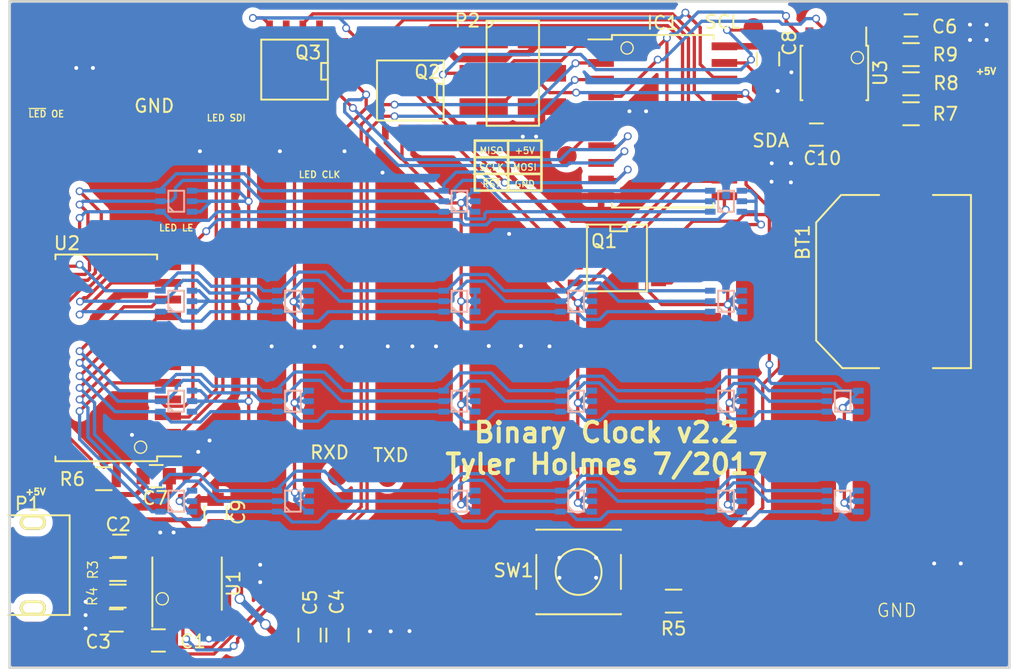
<source format=kicad_pcb>
(kicad_pcb (version 20221018) (generator pcbnew)
  (layers (0 "F.Cu" signal) (31 "B.Cu" signal) (34 "B.Paste" user) (35 "F.Paste" user) (36 "B.SilkS" user "B.Silkscreen") (37 "F.SilkS" user "F.Silkscreen") (38 "B.Mask" user) (39 "F.Mask" user) (44 "Edge.Cuts" user))
  (net 0 "")
  (net 1 "+5V")
  (net 2 "GND")
  (net 3 "SEC_ONE_ANO")
  (net 4 "SEC_TEN_ANO")
  (net 5 "UART_TXD")
  (net 6 "UART_RXD")
  (net 7 "MIN_ONE_ANO")
  (net 8 "MIN_TEN_ANO")
  (net 9 "HOU_ONE_ANO")
  (net 10 "HOU_TEN_ANO")
  (net 11 "Net-(D_M_10-Pad4)")
  (net 12 "Net-(D_H_1-Pad4)")
  (net 13 "/LED_Sheet/BLU_ONE_CAT")
  (net 14 "/LED_Sheet/GRE_ONE_CAT")
  (net 15 "/LED_Sheet/RED_ONE_CAT")
  (net 16 "/LED_Sheet/BLU_TWO_CAT")
  (net 17 "/LED_Sheet/GRE_TWO_CAT")
  (net 18 "/LED_Sheet/RED_TWO_CAT")
  (net 19 "/LED_Sheet/BLU_FOU_CAT")
  (net 20 "/LED_Sheet/GRE_FOU_CAT")
  (net 21 "/LED_Sheet/RED_FOU_CAT")
  (net 22 "/LED_Sheet/BLU_EIG_CAT")
  (net 23 "/LED_Sheet/GRE_EIG_CAT")
  (net 24 "/LED_Sheet/RED_EIG_CAT")
  (net 25 "Net-(D_H_10-Pad4)")
  (net 26 "Net-(D_M_1-Pad4)")
  (net 27 "Net-(D_S_1-Pad4)")
  (net 28 "Net-(D_S_10-Pad4)")
  (net 29 "Net-(P1-Pad4)")
  (net 30 "Net-(P1-Pad6)")
  (net 31 "Net-(U1-Pad2)")
  (net 32 "Net-(U1-Pad6)")
  (net 33 "Net-(U1-Pad7)")
  (net 34 "Net-(U1-Pad14)")
  (net 35 "Net-(U1-Pad15)")
  (net 36 "Net-(U1-Pad16)")
  (net 37 "+BATT")
  (net 38 "RTC_SCL")
  (net 39 "~{RST}")
  (net 40 "RTC_SQW")
  (net 41 "RTC_SDA")
  (net 42 "LEDDRV_SDI")
  (net 43 "LEDDRV_CLK")
  (net 44 "LEDDRV_LE")
  (net 45 "Net-(R6-Pad1)")
  (net 46 "Net-(U2-Pad22)")
  (net 47 "~{LEDDRV_OE}")
  (net 48 "Net-(U2-Pad20)")
  (net 49 "Net-(U2-Pad19)")
  (net 50 "Net-(U2-Pad18)")
  (net 51 "Net-(U2-Pad17)")
  (net 52 "Net-(U3-Pad1)")
  (net 53 "Net-(C2-Pad1)")
  (net 54 "Net-(C1-Pad1)")
  (net 55 "Net-(C3-Pad1)")
  (net 56 "Net-(R3-Pad2)")
  (net 57 "Net-(R4-Pad2)")
  (net 58 "Net-(IC1-Pad5)")
  (net 59 "Net-(IC1-Pad6)")
  (footprint "TylerCustom:2013499-1" (layer "F.Cu") (at 103.1748 144.5768 -90)
    (fp_text reference "P1")
    (fp_text value "USB_OTG")
  )
  (footprint "Resistors_SMD:R_0805" (layer "F.Cu") (at 109.855 146.939)
    (fp_text reference "R4")
    (fp_text value "R27")
  )
  (footprint "SMD_Packages:SOIC-8-N" (layer "F.Cu") (at 132.1435 108.3945 180)
    (fp_text reference "Q2")
    (fp_text value "DMG9933USD")
  )
  (footprint "SMD_Packages:SOIC-8-N" (layer "F.Cu") (at 123.317 106.807 180)
    (fp_text reference "Q3")
    (fp_text value "DMG9933USD")
  )
  (footprint "Resistors_SMD:R_0805" (layer "F.Cu") (at 109.855 144.907)
    (fp_text reference "R3")
    (fp_text value "R27")
  )
  (footprint "Resistors_SMD:R_0805" (layer "F.Cu") (at 108.7755 137.9855)
    (fp_text reference "R6")
    (fp_text value "2K")
  )
  (footprint "Housings_SSOP:SSOP-16_3.9x4.9mm_Pitch0.635mm" (layer "F.Cu") (at 115.1255 145.9865 90)
    (fp_text reference "U1")
    (fp_text value "FT230XS")
  )
  (footprint "Capacitors_SMD:C_0805" (layer "F.Cu") (at 112.776 137.795)
    (fp_text reference "C7")
    (fp_text value "0.1 uF")
  )
  (footprint "Resistors_SMD:R_0805" (layer "F.Cu") (at 170.307 110.1725 180)
    (fp_text reference "R7")
    (fp_text value "1K")
  )
  (footprint "Resistors_SMD:R_0805" (layer "F.Cu") (at 170.307 107.8865 180)
    (fp_text reference "R8")
    (fp_text value "1K")
  )
  (footprint "Resistors_SMD:R_0805" (layer "F.Cu") (at 170.307 105.664 180)
    (fp_text reference "R9")
    (fp_text value "1K")
  )
  (footprint "Resistors_SMD:R_0805" (layer "F.Cu") (at 152.2095 147.32 180)
    (fp_text reference "R5")
    (fp_text value "1K")
  )
  (footprint "Housings_SOIC:SOIC-20_7.5x12.8mm_Pitch1.27mm" (layer "F.Cu") (at 151.384 110.744)
    (fp_text reference "IC1")
    (fp_text value "ATTINY2313A-S")
  )
  (footprint "SMD_Packages:SOIC-8-N" (layer "F.Cu") (at 147.8915 121.158 -90)
    (fp_text reference "Q1")
    (fp_text value "DMG9933USD")
  )
  (footprint "Capacitors_SMD:C_0805" (layer "F.Cu") (at 112.9378 150.3172 180)
    (fp_text reference "C1")
    (fp_text value ".1 uF")
  )
  (footprint "Housings_SOIC:SOIC-8_3.9x4.9mm_Pitch1.27mm" (layer "F.Cu") (at 164.465 107.061 -90)
    (fp_text reference "U3")
    (fp_text value "DS3231M")
  )
  (footprint "Buttons_Switches_SMD:SW_SPST_PTS645" (layer "F.Cu") (at 144.9705 145.0975)
    (fp_text reference "SW1")
    (fp_text value "SW_PUSH")
  )
  (footprint "Capacitors_SMD:C_0805" (layer "F.Cu") (at 170.307 103.4415)
    (fp_text reference "C6")
    (fp_text value "0.1 uF")
  )
  (footprint "TylerCustom:S8201-46R" (layer "F.Cu") (at 169.9768 122.9614 90)
    (fp_text reference "BT1")
    (fp_text value "CR1220")
  )
  (footprint "Capacitors_SMD:C_0805" (layer "F.Cu") (at 159.4104 105.9942 -90)
    (fp_text reference "C8")
    (fp_text value "0.1 uF")
  )
  (footprint "Capacitors_SMD:C_0805" (layer "F.Cu") (at 109.728 148.7932)
    (fp_text reference "C3")
    (fp_text value "47 pF")
  )
  (footprint "TylerCustom:2x3_header_smd_0.1in" (layer "F.Cu") (at 139.954 107.0864 -90)
    (fp_text reference "P2")
    (fp_text value "CONN_02X03")
  )
  (footprint "Housings_SOIC:SOIC-24_7.5x15.4mm_Pitch1.27mm" (layer "F.Cu") (at 108.966 128.778 180)
    (fp_text reference "U2")
    (fp_text value "STP16CPC26")
  )
  (footprint "Measurement_Points:Measurement_Point_Round-SMD-Pad_Small" (layer "F.Cu") (at 124.968 113.538)
    (fp_text reference "W8" hide)
    (fp_text value "TEST_1P")
  )
  (footprint "Measurement_Points:Measurement_Point_Round-SMD-Pad_Small" (layer "F.Cu") (at 104.902 108.712)
    (fp_text reference "W6" hide)
    (fp_text value "TEST_1P")
  )
  (footprint "Measurement_Points:Measurement_Point_Round-SMD-Pad_Small" (layer "F.Cu") (at 120.142 111.76)
    (fp_text reference "W7" hide)
    (fp_text value "TEST_1P")
  )
  (footprint "Measurement_Points:Measurement_Point_Round-SMD-Pad_Small" (layer "F.Cu") (at 115.316 120.142)
    (fp_text reference "W5" hide)
    (fp_text value "TEST_1P")
  )
  (footprint "Measurement_Points:Measurement_Point_Round-SMD-Pad_Small" (layer "F.Cu") (at 104.0384 137.6934)
    (fp_text reference "W2" hide)
    (fp_text value "TEST_1P")
  )
  (footprint "Measurement_Points:Measurement_Point_Round-SMD-Pad_Small" (layer "F.Cu") (at 175.768 108.204)
    (fp_text reference "W1" hide)
    (fp_text value "TEST_1P")
  )
  (footprint "TylerCustom:via-0.6mm" (layer "F.Cu") (at 107.3912 149.4028)
    (fp_text reference "REF**" hide)
    (fp_text value "via-0.6mm" hide)
  )
  (footprint "TylerCustom:via-0.6mm" (layer "F.Cu") (at 107.3912 148.3868)
    (fp_text reference "REF**" hide)
    (fp_text value "via-0.6mm" hide)
  )
  (footprint "TylerCustom:via-0.6mm" (layer "F.Cu") (at 107.3912 147.3708)
    (fp_text reference "REF**" hide)
    (fp_text value "via-0.6mm" hide)
  )
  (footprint "TylerCustom:via-0.6mm" (layer "F.Cu") (at 132.08 149.606)
    (fp_text reference "REF**" hide)
    (fp_text value "via-0.6mm" hide)
  )
  (footprint "TylerCustom:via-0.6mm" (layer "F.Cu") (at 146.304 145.542)
    (fp_text reference "REF**" hide)
    (fp_text value "via-0.6mm" hide)
  )
  (footprint "TylerCustom:via-0.6mm" (layer "F.Cu") (at 143.51 145.542)
    (fp_text reference "REF**" hide)
    (fp_text value "via-0.6mm" hide)
  )
  (footprint "TylerCustom:via-0.6mm" (layer "F.Cu") (at 143.51 144.018)
    (fp_text reference "REF**" hide)
    (fp_text value "via-0.6mm" hide)
  )
  (footprint "TylerCustom:via-0.6mm" (layer "F.Cu") (at 146.304 144.018)
    (fp_text reference "REF**" hide)
    (fp_text value "via-0.6mm" hide)
  )
  (footprint "TylerCustom:via-0.6mm" (layer "F.Cu") (at 106.68 106.68)
    (fp_text reference "REF**" hide)
    (fp_text value "via-0.6mm" hide)
  )
  (footprint "TylerCustom:via-0.6mm" (layer "F.Cu") (at 107.95 106.68)
    (fp_text reference "REF**" hide)
    (fp_text value "via-0.6mm" hide)
  )
  (footprint "TylerCustom:via-0.6mm" (layer "F.Cu") (at 174.8028 103.378)
    (fp_text reference "REF**" hide)
    (fp_text value "via-0.6mm" hide)
  )
  (footprint "TylerCustom:via-0.6mm" (layer "F.Cu") (at 176.0728 103.378)
    (fp_text reference "REF**" hide)
    (fp_text value "via-0.6mm" hide)
  )
  (footprint "TylerCustom:via-0.6mm" (layer "F.Cu") (at 161.163 113.9444)
    (fp_text reference "REF**" hide)
    (fp_text value "via-0.6mm" hide)
  )
  (footprint "TylerCustom:via-0.6mm" (layer "F.Cu") (at 159.6898 113.9444)
    (fp_text reference "REF**" hide)
    (fp_text value "via-0.6mm" hide)
  )
  (footprint "TylerCustom:via-0.6mm" (layer "F.Cu") (at 161.1884 107.0102)
    (fp_text reference "REF**" hide)
    (fp_text value "via-0.6mm" hide)
  )
  (footprint "TylerCustom:via-0.6mm" (layer "F.Cu") (at 160.147 108.4326)
    (fp_text reference "REF**" hide)
    (fp_text value "via-0.6mm" hide)
  )
  (footprint "TylerCustom:via-0.6mm" (layer "F.Cu") (at 148.844 109.982)
    (fp_text reference "REF**" hide)
    (fp_text value "via-0.6mm" hide)
  )
  (footprint "TylerCustom:via-0.6mm" (layer "F.Cu") (at 150.114 109.982)
    (fp_text reference "REF**" hide)
    (fp_text value "via-0.6mm" hide)
  )
  (footprint "TylerCustom:via-0.6mm" (layer "F.Cu") (at 116.84 135.0772)
    (fp_text reference "REF**" hide)
    (fp_text value "via-0.6mm" hide)
  )
  (footprint "TylerCustom:via-0.6mm" (layer "F.Cu") (at 115.9764 135.9408)
    (fp_text reference "REF**" hide)
    (fp_text value "via-0.6mm" hide)
  )
  (footprint "TylerCustom:via-0.6mm" (layer "F.Cu") (at 113.0808 142.0876)
    (fp_text reference "REF**" hide)
    (fp_text value "via-0.6mm" hide)
  )
  (footprint "TylerCustom:via-0.6mm" (layer "F.Cu") (at 114.0968 142.0876)
    (fp_text reference "REF**" hide)
    (fp_text value "via-0.6mm" hide)
  )
  (footprint "Capacitors_SMD:C_0805" (layer "F.Cu") (at 124.46 149.9108 90)
    (fp_text reference "C5")
    (fp_text value "4.7 uF")
  )
  (footprint "Capacitors_SMD:C_0805" (layer "F.Cu") (at 117.2972 140.5636 90)
    (fp_text reference "C9")
    (fp_text value "0.1 uF")
  )
  (footprint "Capacitors_SMD:C_0805" (layer "F.Cu") (at 163.0934 111.76 180)
    (fp_text reference "C10")
    (fp_text value "0.1 uF")
  )
  (footprint "Capacitors_SMD:C_0805" (layer "F.Cu") (at 109.982 143.1036)
    (fp_text reference "C2")
    (fp_text value "47 pF")
  )
  (footprint "Capacitors_SMD:C_0805" (layer "F.Cu") (at 126.5936 149.9108 90)
    (fp_text reference "C4")
    (fp_text value "1 uF")
  )
  (footprint "Measurement_Points:Measurement_Point_Square-SMD-Pad_Big" (layer "F.Cu") (at 173.0756 147.7264)
    (fp_text reference "W3" hide)
    (fp_text value "TEST_1P")
  )
  (footprint "Measurement_Points:Measurement_Point_Square-SMD-Pad_Big" (layer "F.Cu") (at 109.1692 109.6772)
    (fp_text reference "W4" hide)
    (fp_text value "TEST_1P")
  )
  (footprint "Measurement_Points:Measurement_Point_Round-SMD-Pad_Small" (layer "F.Cu") (at 126.5936 137.7696)
    (fp_text reference "W11" hide)
    (fp_text value "TEST_1P")
  )
  (footprint "Measurement_Points:Measurement_Point_Round-SMD-Pad_Small" (layer "F.Cu") (at 130.4036 137.8712)
    (fp_text reference "W12" hide)
    (fp_text value "TEST_1P")
  )
  (footprint "Measurement_Points:Measurement_Point_Round-SMD-Pad_Small" (layer "F.Cu") (at 158.2928 103.632)
    (fp_text reference "W9" hide)
    (fp_text value "TEST_1P")
  )
  (footprint "Measurement_Points:Measurement_Point_Round-SMD-Pad_Small" (layer "F.Cu") (at 159.6136 110.5916)
    (fp_text reference "W10" hide)
    (fp_text value "TEST_1P")
  )
  (footprint "TylerCustom:via-0.6mm" (layer "F.Cu") (at 120.7 145.875)
    (fp_text reference "REF**" hide)
    (fp_text value "via-0.6mm" hide)
  )
  (footprint "TylerCustom:via-0.6mm" (layer "F.Cu") (at 120.7 144.55)
    (fp_text reference "REF**" hide)
    (fp_text value "via-0.6mm" hide)
  )
  (footprint "Measurement_Points:Measurement_Point_Round-SMD-Pad_Small" (layer "F.Cu") (at 143.4084 111.506)
    (fp_text reference "W13" hide)
    (fp_text value "TEST_1P")
  )
  (footprint "Measurement_Points:Measurement_Point_Round-SMD-Pad_Small" (layer "F.Cu") (at 144.0688 113.3856)
    (fp_text reference "W14" hide)
    (fp_text value "TEST_1P")
  )
  (footprint "TylerCustom:via-0.6mm" (layer "F.Cu") (at 141.732 111.9124)
    (fp_text reference "REF**" hide)
    (fp_text value "via-0.6mm" hide)
  )
  (footprint "TylerCustom:via-0.6mm" (layer "F.Cu") (at 140.716 111.9124)
    (fp_text reference "REF**" hide)
    (fp_text value "via-0.6mm" hide)
  )
  (footprint "TylerCustom:via-0.6mm" (layer "F.Cu") (at 174.8028 104.5464)
    (fp_text reference "REF**" hide)
    (fp_text value "via-0.6mm" hide)
  )
  (footprint "TylerCustom:via-0.6mm" (layer "F.Cu") (at 176.0728 104.5464)
    (fp_text reference "REF**" hide)
    (fp_text value "via-0.6mm" hide)
  )
  (footprint "TylerCustom:via-0.6mm" (layer "F.Cu") (at 130.0226 114.6556)
    (fp_text reference "REF**" hide)
    (fp_text value "via-0.6mm" hide)
  )
  (footprint "TylerCustom:via-0.6mm" (layer "F.Cu") (at 127.127 113.03)
    (fp_text reference "REF**" hide)
    (fp_text value "via-0.6mm" hide)
  )
  (footprint "TylerCustom:via-0.6mm" (layer "F.Cu") (at 122.1994 113.03)
    (fp_text reference "REF**" hide)
    (fp_text value "via-0.6mm" hide)
  )
  (footprint "TylerCustom:via-0.6mm" (layer "F.Cu") (at 116.1034 113.03)
    (fp_text reference "REF**" hide)
    (fp_text value "via-0.6mm" hide)
  )
  (footprint "TylerCustom:via-0.6mm" (layer "F.Cu") (at 139.6746 119.3292)
    (fp_text reference "REF**" hide)
    (fp_text value "via-0.6mm" hide)
  )
  (footprint "TylerCustom:via-0.6mm" (layer "F.Cu") (at 159.675 115.35)
    (fp_text reference "REF**" hide)
    (fp_text value "via-0.6mm" hide)
  )
  (footprint "TylerCustom:via-0.6mm" (layer "F.Cu") (at 161.15 115.4)
    (fp_text reference "REF**" hide)
    (fp_text value "via-0.6mm" hide)
  )
  (footprint "TylerCustom:via-0.6mm" (layer "F.Cu") (at 174.1 144.45)
    (fp_text reference "REF**" hide)
    (fp_text value "via-0.6mm" hide)
  )
  (footprint "TylerCustom:via-0.6mm" (layer "F.Cu") (at 172.075 144.45)
    (fp_text reference "REF**" hide)
    (fp_text value "via-0.6mm" hide)
  )
  (footprint "TylerCustom:via-0.6mm" (layer "F.Cu") (at 130.65 149.625)
    (fp_text reference "REF**" hide)
    (fp_text value "via-0.6mm" hide)
  )
  (footprint "TylerCustom:via-0.6mm" (layer "F.Cu") (at 129.075 149.625)
    (fp_text reference "REF**" hide)
    (fp_text value "via-0.6mm" hide)
  )
  (footprint "TylerCustom:via-0.6mm" (layer "F.Cu") (at 110.925 134.65)
    (fp_text reference "REF**" hide)
    (fp_text value "via-0.6mm" hide)
  )
  (footprint "TylerCustom:via-0.6mm" (layer "F.Cu") (at 121.575 127.9)
    (fp_text reference "REF**" hide)
    (fp_text value "via-0.6mm" hide)
  )
  (footprint "TylerCustom:via-0.6mm" (layer "F.Cu") (at 124.825 127.925)
    (fp_text reference "REF**" hide)
    (fp_text value "via-0.6mm" hide)
  )
  (footprint "TylerCustom:via-0.6mm" (layer "F.Cu") (at 126.9 127.925)
    (fp_text reference "REF**" hide)
    (fp_text value "via-0.6mm" hide)
  )
  (footprint "TylerCustom:via-0.6mm" (layer "F.Cu") (at 130.425 127.9)
    (fp_text reference "REF**" hide)
    (fp_text value "via-0.6mm" hide)
  )
  (footprint "TylerCustom:via-0.6mm" (layer "F.Cu") (at 134.1 127.9)
    (fp_text reference "REF**" hide)
    (fp_text value "via-0.6mm" hide)
  )
  (footprint "TylerCustom:via-0.6mm" (layer "F.Cu") (at 132.3 127.9)
    (fp_text reference "REF**" hide)
    (fp_text value "via-0.6mm" hide)
  )
  (footprint "TylerCustom:via-0.6mm" (layer "F.Cu") (at 138.125 127.875)
    (fp_text reference "REF**" hide)
    (fp_text value "via-0.6mm" hide)
  )
  (footprint "TylerCustom:via-0.6mm" (layer "F.Cu") (at 140.575 127.875)
    (fp_text reference "REF**" hide)
    (fp_text value "via-0.6mm" hide)
  )
  (footprint "TylerCustom:via-0.6mm" (layer "F.Cu") (at 142.75 127.9)
    (fp_text reference "REF**" hide)
    (fp_text value "via-0.6mm" hide)
  )
  (footprint "TylerCustom:CREELED_6" (layer "B.Cu") (at 156.21 139.7)
    (fp_text reference "D_H_1" hide)
    (fp_text value "CLY6D-FKC")
  )
  (footprint "TylerCustom:CREELED_6" (layer "B.Cu") (at 156.21 132.08)
    (fp_text reference "D_H_2" hide)
    (fp_text value "CLY6D-FKC")
  )
  (footprint "TylerCustom:CREELED_6" (layer "B.Cu") (at 156.21 124.46)
    (fp_text reference "D_H_4" hide)
    (fp_text value "CLY6D-FKC")
  )
  (footprint "TylerCustom:CREELED_6" (layer "B.Cu") (at 156.21 116.84)
    (fp_text reference "D_H_8" hide)
    (fp_text value "CLY6D-FKC")
  )
  (footprint "TylerCustom:CREELED_6" (layer "B.Cu") (at 165.1 139.7)
    (fp_text reference "D_H_10" hide)
    (fp_text value "CLY6D-FKC")
  )
  (footprint "TylerCustom:CREELED_6" (layer "B.Cu") (at 165.1 132.08)
    (fp_text reference "D_H_20" hide)
    (fp_text value "CLY6D-FKC")
  )
  (footprint "TylerCustom:CREELED_6" (layer "B.Cu") (at 135.89 139.7)
    (fp_text reference "D_M_1" hide)
    (fp_text value "CLY6D-FKC")
  )
  (footprint "TylerCustom:CREELED_6" (layer "B.Cu") (at 135.89 132.08)
    (fp_text reference "D_M_2" hide)
    (fp_text value "CLY6D-FKC")
  )
  (footprint "TylerCustom:CREELED_6" (layer "B.Cu") (at 135.89 124.46)
    (fp_text reference "D_M_4" hide)
    (fp_text value "CLY6D-FKC")
  )
  (footprint "TylerCustom:CREELED_6" (layer "B.Cu") (at 144.78 139.7)
    (fp_text reference "D_M_10" hide)
    (fp_text value "CLY6D-FKC")
  )
  (footprint "TylerCustom:CREELED_6" (layer "B.Cu") (at 144.78 132.08)
    (fp_text reference "D_M_20" hide)
    (fp_text value "CLY6D-FKC")
  )
  (footprint "TylerCustom:CREELED_6" (layer "B.Cu") (at 144.78 124.46)
    (fp_text reference "D_M_40" hide)
    (fp_text value "CLY6D-FKC")
  )
  (footprint "TylerCustom:CREELED_6" (layer "B.Cu") (at 114.3 139.7)
    (fp_text reference "D_S_1" hide)
    (fp_text value "CLY6D-FKC")
  )
  (footprint "TylerCustom:CREELED_6" (layer "B.Cu") (at 114.3 132.08)
    (fp_text reference "D_S_2" hide)
    (fp_text value "CLY6D-FKC")
  )
  (footprint "TylerCustom:CREELED_6" (layer "B.Cu") (at 114.3 124.46)
    (fp_text reference "D_S_4" hide)
    (fp_text value "CLY6D-FKC")
  )
  (footprint "TylerCustom:CREELED_6" (layer "B.Cu") (at 114.3 116.84)
    (fp_text reference "D_S_8" hide)
    (fp_text value "CLY6D-FKC")
  )
  (footprint "TylerCustom:CREELED_6" (layer "B.Cu") (at 123.19 139.7)
    (fp_text reference "D_S_10" hide)
    (fp_text value "CLY6D-FKC")
  )
  (footprint "TylerCustom:CREELED_6" (layer "B.Cu") (at 123.19 132.08)
    (fp_text reference "D_S_20" hide)
    (fp_text value "CLY6D-FKC")
  )
  (footprint "TylerCustom:CREELED_6" (layer "B.Cu") (at 123.19 124.46)
    (fp_text reference "D_S_40" hide)
    (fp_text value "CLY6D-FKC")
  )
  (footprint "TylerCustom:CREELED_6" (layer "B.Cu") (at 135.89 116.84)
    (fp_text reference "D_M_8" hide)
    (fp_text value "CLY6D-FKC")
  )
  (gr_circle (center 148.6662 105.156) (end 148.9964 105.4862) (stroke (width 0.1)) (fill none) (layer "F.SilkS"))
  (gr_circle (center 166.2176 105.8926) (end 166.5478 106.2228) (stroke (width 0.1)) (fill none) (layer "F.SilkS"))
  (gr_circle (center 113.2332 147.1422) (end 113.5634 147.4724) (stroke (width 0.1)) (fill none) (layer "F.SilkS"))
  (gr_line (start 139.5984 112.2172) (end 139.5984 116.0272) (stroke (width 0.2)) (layer "F.SilkS"))
  (gr_line (start 137.0584 116.0272) (end 137.0584 112.2172) (stroke (width 0.2)) (layer "F.SilkS"))
  (gr_line (start 137.0584 112.2172) (end 142.1384 112.2172) (stroke (width 0.2)) (layer "F.SilkS"))
  (gr_line (start 137.0584 114.7572) (end 142.1384 114.7572) (stroke (width 0.2)) (layer "F.SilkS"))
  (gr_line (start 137.0584 113.4872) (end 142.1384 113.4872) (stroke (width 0.2)) (layer "F.SilkS"))
  (gr_circle (center 111.5822 135.5852) (end 111.9124 135.9154) (stroke (width 0.1)) (fill none) (layer "F.SilkS"))
  (gr_line (start 142.1384 112.2172) (end 142.1384 116.0272) (stroke (width 0.2)) (layer "F.SilkS"))
  (gr_line (start 142.1384 116.0272) (end 137.0584 116.0272) (stroke (width 0.2)) (layer "F.SilkS"))
  (gr_line (start 101.6 101.6) (end 101.6 152.4) (stroke (width 0.2)) (layer "Edge.Cuts"))
  (gr_line (start 177.8 101.6) (end 101.6 101.6) (stroke (width 0.2)) (layer "Edge.Cuts"))
  (gr_line (start 101.6 152.4) (end 177.8 152.4) (stroke (width 0.2)) (layer "Edge.Cuts"))
  (gr_line (start 177.8 152.4) (end 177.8 101.6) (stroke (width 0.2)) (layer "Edge.Cuts"))
  (gr_text "GND" (at 169.2148 148.0312) (layer "F.SilkS") (effects (font (size 1 1) (thickness 0.1))))
  (gr_text "+5V" (at 176.022 106.934) (layer "F.SilkS") (effects (font (size 0.5 0.5) (thickness 0.125))))
  (gr_text "GND" (at 112.6236 109.5756) (layer "F.SilkS") (effects (font (size 1 1))))
  (gr_text "RXD" (at 125.984 135.9916) (layer "F.SilkS") (effects (font (size 1 1))))
  (gr_text "LED CLK" (at 125.222 114.808) (layer "F.SilkS") (effects (font (size 0.5 0.5) (thickness 0.1))))
  (gr_text "LED LE\n" (at 114.3 118.872) (layer "F.SilkS") (effects (font (size 0.5 0.5) (thickness 0.1))))
  (gr_text "+5V" (at 140.8684 112.9792) (layer "F.SilkS") (effects (font (size 0.5 0.5) (thickness 0.0875))))
  (gr_text "Binary Clock v2.2\nTyler Holmes 7/2017" (at 147.1 135.675) (layer "F.SilkS") (effects (font (size 1.5 1.5) (thickness 0.3))))
  (gr_text "TXD" (at 130.6576 136.1948) (layer "F.SilkS") (effects (font (size 1 1))))
  (gr_text "MOSI" (at 140.8684 114.2492) (layer "F.SilkS") (effects (font (size 0.5 0.5) (thickness 0.0875))))
  (gr_text "SDA\n" (at 159.6136 112.2172) (layer "F.SilkS") (effects (font (size 1 1))))
  (gr_text "LED SDI" (at 118.11 110.49) (layer "F.SilkS") (effects (font (size 0.5 0.5) (thickness 0.1))))
  (gr_text "SCLK" (at 138.3284 114.2492) (layer "F.SilkS") (effects (font (size 0.5 0.5) (thickness 0.0875))))
  (gr_text "SCL" (at 155.956 103.1748) (layer "F.SilkS") (effects (font (size 1 1))))
  (gr_text "+5V" (at 103.5812 138.9888) (layer "F.SilkS") (effects (font (size 0.5 0.5) (thickness 0.125))))
  (gr_text "GND" (at 140.8684 115.5192) (layer "F.SilkS") (effects (font (size 0.5 0.5) (thickness 0.0875))))
  (gr_text "~{LED} OE~{}" (at 104.394 110.1852) (layer "F.SilkS") (effects (font (size 0.5 0.5) (thickness 0.1))))
  (gr_text "MISO" (at 138.3284 112.9792) (layer "F.SilkS") (effects (font (size 0.5 0.5) (thickness 0.0875))))
  (gr_text "~{RST}" (at 138.3284 115.5192) (layer "F.SilkS") (effects (font (size 0.5 0.5) (thickness 0.0875))))
  (segment (start 105.9815 136.398) (end 106.172 136.398) (width 0.381) (layer "F.Cu") (net 1))
  (segment (start 127.6928 151.064) (end 127.7112 151.0824) (width 0.5) (layer "F.Cu") (net 1))
  (segment (start 125.222 103.632) (end 125.222 104.5845) (width 0.381) (layer "F.Cu") (net 1))
  (segment (start 141.169011 105.551389) (end 142.174 104.5464) (width 0.5) (layer "F.Cu") (net 1))
  (segment (start 127.7112 151.0824) (end 127.7112 151.091001) (width 0.5) (layer "F.Cu") (net 1))
  (segment (start 175.768 109.26466) (end 175.5775 109.45516) (width 0.381) (layer "F.Cu") (net 1))
  (segment (start 133.604 106.807) (end 131.699 106.807) (width 0.381) (layer "F.Cu") (net 1))
  (segment (start 169.357 103.764) (end 171.257 105.664) (width 0.381) (layer "F.Cu") (net 1))
  (segment (start 144.7165 119.253) (end 144.399 119.253) (width 0.381) (layer "F.Cu") (net 1))
  (segment (start 163.791461 105.526501) (end 165.110959 106.845999) (width 0.381) (layer "F.Cu") (net 1))
  (segment (start 153.1595 147.32) (end 153.8905 147.32) (width 0.381) (layer "F.Cu") (net 1))
  (segment (start 131.5085 105.2195) (end 131.5085 106.3625) (width 0.381) (layer "F.Cu") (net 1))
  (segment (start 102.4128 107.664202) (end 102.4128 137.8458) (width 0.381) (layer "F.Cu") (net 1))
  (segment (start 107.329098 139.192) (end 111.252 139.192) (width 0.381) (layer "F.Cu") (net 1))
  (segment (start 122.037499 104.594001) (end 105.483001 104.594001) (width 0.381) (layer "F.Cu") (net 1))
  (segment (start 107.569 143.165002) (end 107.569 142.5575) (width 0.5) (layer "F.Cu") (net 1))
  (segment (start 105.651999 139.267501) (end 105.664 139.2555) (width 0.381) (layer "F.Cu") (net 1))
  (segment (start 108.2675 141.859) (end 109.746 141.859) (width 0.381) (layer "F.Cu") (net 1))
  (segment (start 106.172 136.398) (end 106.426 136.652) (width 0.381) (layer "F.Cu") (net 1))
  (segment (start 106.426 136.652) (end 106.426 138.288902) (width 0.381) (layer "F.Cu") (net 1))
  (segment (start 159.3756 105.029) (end 159.4104 104.9942) (width 0.5) (layer "F.Cu") (net 1))
  (segment (start 156.084 105.029) (end 159.3756 105.029) (width 0.5) (layer "F.Cu") (net 1))
  (segment (start 102.4128 137.8458) (end 103.5685 139.0015) (width 0.381) (layer "F.Cu") (net 1))
  (segment (start 171.257 106.8705) (end 171.257 107.8865) (width 0.381) (layer "F.Cu") (net 1))
  (segment (start 135.125098 104.902) (end 135.125098 105.457898) (width 0.5) (layer "F.Cu") (net 1))
  (segment (start 118.394589 141.826089) (end 119.126 142.5575) (width 0.381) (layer "F.Cu") (net 1))
  (segment (start 129.54 106.807) (end 127.327001 104.594001) (width 0.381) (layer "F.Cu") (net 1))
  (segment (start 171.257 110.1725) (end 171.257 107.8865) (width 0.381) (layer "F.Cu") (net 1))
  (segment (start 111.826 138.618) (end 111.826 138.049) (width 0.381) (layer "F.Cu") (net 1))
  (segment (start 139.835823 105.551389) (end 141.169011 105.551389) (width 0.5) (layer "F.Cu") (net 1))
  (segment (start 119.151698 142.583198) (end 119.126 142.5575) (width 0.5) (layer "F.Cu") (net 1))
  (segment (start 143.754499 121.148499) (end 144.399 121.793) (width 0.381) (layer "F.Cu") (net 1))
  (segment (start 153.8905 147.32) (end 155.1305 148.56) (width 0.381) (layer "F.Cu") (net 1))
  (segment (start 134.366 104.902) (end 135.125098 104.902) (width 0.381) (layer "F.Cu") (net 1))
  (segment (start 145.034 119.253) (end 144.7165 119.253) (width 0.381) (layer "F.Cu") (net 1))
  (segment (start 134.0485 105.2195) (end 133.929498 105.338502) (width 0.381) (layer "F.Cu") (net 1))
  (segment (start 143.754499 119.897501) (end 143.754499 121.148499) (width 0.381) (layer "F.Cu") (net 1))
  (segment (start 175.5775 109.45516) (end 175.5775 110.1725) (width 0.381) (layer "F.Cu") (net 1))
  (segment (start 165.608 102.6795) (end 165.1 103.1875) (width 0.381) (layer "F.Cu") (net 1))
  (segment (start 165.110959 106.845999) (end 171.232499 106.845999) (width 0.381) (layer "F.Cu") (net 1))
  (segment (start 123.675001 150.9108) (end 123.4948 151.091001) (width 0.5) (layer "F.Cu") (net 1))
  (segment (start 134.0485 105.2195) (end 134.0485 105.669942) (width 0.381) (layer "F.Cu") (net 1))
  (segment (start 115.443 141.859) (end 115.475911 141.826089) (width 0.381) (layer "F.Cu") (net 1))
  (segment (start 126.5428 151.064) (end 127.6928 151.064) (width 0.5) (layer "F.Cu") (net 1))
  (segment (start 119.151698 147.142498) (end 119.151698 142.583198) (width 0.5) (layer "F.Cu") (net 1))
  (segment (start 131.699 106.807) (end 129.54 106.807) (width 0.381) (layer "F.Cu") (net 1))
  (segment (start 105.41 135.8265) (end 105.41 139.0015) (width 0.381) (layer "F.Cu") (net 1))
  (segment (start 155.1305 151.091001) (end 174.892599 151.091001) (width 0.381) (layer "F.Cu") (net 1))
  (segment (start 105.41 135.8265) (end 105.9815 136.398) (width 0.381) (layer "F.Cu") (net 1))
  (segment (start 105.664 139.2555) (end 108.2675 141.859) (width 0.381) (layer "F.Cu") (net 1))
  (segment (start 105.483001 104.594001) (end 102.4128 107.664202) (width 0.381) (layer "F.Cu") (net 1))
  (segment (start 122.682 103.9495) (end 122.037499 104.594001) (width 0.381) (layer "F.Cu") (net 1))
  (segment (start 104.05 138.45) (end 104.0384 138.4384) (width 0.5) (layer "F.Cu") (net 1))
  (segment (start 156.1 105.045) (end 156.084 105.029) (width 0.5) (layer "F.Cu") (net 1))
  (segment (start 131.699 106.553) (end 131.699 106.807) (width 0.381) (layer "F.Cu") (net 1))
  (segment (start 144.399 121.793) (end 144.7165 121.793) (width 0.381) (layer "F.Cu") (net 1))
  (segment (start 169.357 103.4415) (end 168.626 103.4415) (width 0.381) (layer "F.Cu") (net 1))
  (segment (start 165.1 103.1875) (end 165.1 104.361) (width 0.381) (layer "F.Cu") (net 1))
  (segment (start 118.0685 141.5) (end 118.394589 141.826089) (width 0.5) (layer "F.Cu") (net 1))
  (segment (start 160.528 105.045) (end 159.4612 105.045) (width 0.5) (layer "F.Cu") (net 1))
  (segment (start 130.580501 151.091001) (end 155.1305 151.091001) (width 0.381) (layer "F.Cu") (net 1))
  (segment (start 107.457202 143.2768) (end 105.8498 143.2768) (width 0.5) (layer "F.Cu") (net 1))
  (segment (start 159.4612 105.045) (end 159.4104 104.9942) (width 0.5) (layer "F.Cu") (net 1))
  (segment (start 161.947599 105.526501) (end 161.009501 105.526501) (width 0.5) (layer "F.Cu") (net 1))
  (segment (start 139.5755 114.4295) (end 136.144 110.998) (width 0.5) (layer "F.Cu") (net 1))
  (segment (start 122.682 103.632) (end 122.682 103.9495) (width 0.381) (layer "F.Cu") (net 1))
  (segment (start 115.443 143.3865) (end 115.443 141.859) (width 0.381) (layer "F.Cu") (net 1))
  (segment (start 125.222 104.5845) (end 125.212499 104.594001) (width 0.381) (layer "F.Cu") (net 1))
  (segment (start 127.327001 104.594001) (end 125.212499 104.594001) (width 0.381) (layer "F.Cu") (net 1))
  (segment (start 175.5775 110.1725) (end 171.257 110.1725) (width 0.381) (layer "F.Cu") (net 1))
  (segment (start 135.125098 104.902) (end 135.134599 104.911501) (width 0.381) (layer "F.Cu") (net 1))
  (segment (start 107.569 142.5575) (end 108.2675 141.859) (width 0.5) (layer "F.Cu") (net 1))
  (segment (start 133.604 108.839) (end 133.604 106.807) (width 0.381) (layer "F.Cu") (net 1))
  (segment (start 167.864 102.6795) (end 165.608 102.6795) (width 0.381) (layer "F.Cu") (net 1))
  (segment (start 107.569 143.165002) (end 107.457202 143.2768) (width 0.5) (layer "F.Cu") (net 1))
  (segment (start 135.763 110.998) (end 133.604 108.839) (width 0.381) (layer "F.Cu") (net 1))
  (segment (start 161.947599 105.526501) (end 163.791461 105.526501) (width 0.381) (layer "F.Cu") (net 1))
  (segment (start 169.357 103.4415) (end 169.357 103.764) (width 0.381) (layer "F.Cu") (net 1))
  (segment (start 117.2972 141.5136) (end 117.2886 141.5136) (width 0.5) (layer "F.Cu") (net 1))
  (segment (start 144.399 119.253) (end 143.754499 119.897501) (width 0.381) (layer "F.Cu") (net 1))
  (segment (start 130.580501 151.091001) (end 127.7112 151.091001) (width 0.5) (layer "F.Cu") (net 1))
  (segment (start 161.009501 105.526501) (end 160.528 105.045) (width 0.5) (layer "F.Cu") (net 1))
  (segment (start 133.929498 105.338502) (end 133.929498 106.481502) (width 0.381) (layer "F.Cu") (net 1))
  (segment (start 135.125098 105.457898) (end 135.668599 106.001399) (width 0.5) (layer "F.Cu") (net 1))
  (segment (start 174.892599 151.091001) (end 176.5808 149.4028) (width 0.381) (layer "F.Cu") (net 1))
  (segment (start 139.5755 114.6835) (end 139.5755 114.4295) (width 0.5) (layer "F.Cu") (net 1))
  (segment (start 139.385813 106.001399) (end 139.835823 105.551389) (width 0.5) (layer "F.Cu") (net 1))
  (segment (start 125.212499 104.594001) (end 122.037499 104.594001) (width 0.381) (layer "F.Cu") (net 1))
  (segment (start 134.0485 105.2195) (end 134.366 104.902) (width 0.381) (layer "F.Cu") (net 1))
  (segment (start 130.4925 151.003) (end 130.580501 151.091001) (width 0.381) (layer "F.Cu") (net 1))
  (segment (start 123.4948 151.091001) (end 123.100201 151.091001) (width 0.5) (layer "F.Cu") (net 1))
  (segment (start 176.5808 149.4028) (end 176.5808 111.1758) (width 0.381) (layer "F.Cu") (net 1))
  (segment (start 171.257 105.664) (end 171.257 106.8705) (width 0.381) (layer "F.Cu") (net 1))
  (segment (start 127.7112 151.091001) (end 123.4948 151.091001) (width 0.5) (layer "F.Cu") (net 1))
  (segment (start 117.275 141.5) (end 118.0685 141.5) (width 0.5) (layer "F.Cu") (net 1))
  (segment (start 155.1305 148.56) (end 155.1305 151.091001) (width 0.381) (layer "F.Cu") (net 1))
  (segment (start 136.144 110.998) (end 135.763 110.998) (width 0.5) (layer "F.Cu") (net 1))
  (segment (start 117.2886 141.5136) (end 117.275 141.5) (width 0.5) (layer "F.Cu") (net 1))
  (segment (start 103.5685 138.9315) (end 104.05 138.45) (width 0.5) (layer "F.Cu") (net 1))
  (segment (start 175.768 108.204) (end 175.768 109.26466) (width 0.381) (layer "F.Cu") (net 1))
  (segment (start 123.100201 151.091001) (end 121.499864 149.490664) (width 0.5) (layer "F.Cu") (net 1))
  (segment (start 106.426 138.288902) (end 107.329098 139.192) (width 0.381) (layer "F.Cu") (net 1))
  (segment (start 131.5085 106.3625) (end 131.699 106.553) (width 0.381) (layer "F.Cu") (net 1))
  (segment (start 133.929498 106.481502) (end 133.604 106.807) (width 0.381) (layer "F.Cu") (net 1))
  (segment (start 111.252 139.192) (end 111.826 138.618) (width 0.381) (layer "F.Cu") (net 1))
  (segment (start 168.626 103.4415) (end 167.864 102.6795) (width 0.381) (layer "F.Cu") (net 1))
  (segment (start 103.5685 139.0015) (end 105.41 139.0015) (width 0.381) (layer "F.Cu") (net 1))
  (segment (start 176.5808 111.1758) (end 175.5775 110.1725) (width 0.381) (layer "F.Cu") (net 1))
  (segment (start 171.232499 106.845999) (end 171.257 106.8705) (width 0.381) (layer "F.Cu") (net 1))
  (segment (start 124.46 150.9108) (end 123.675001 150.9108) (width 0.5) (layer "F.Cu") (net 1))
  (segment (start 105.41 139.0015) (end 105.664 139.2555) (width 0.381) (layer "F.Cu") (net 1))
  (segment (start 144.7165 119.253) (end 144.145 119.253) (width 0.381) (layer "F.Cu") (net 1))
  (segment (start 121.499864 149.490664) (end 121.099865 149.090665) (width 0.5) (layer "F.Cu") (net 1))
  (segment (start 103.5685 139.0015) (end 103.5685 138.9315) (width 0.5) (layer "F.Cu") (net 1))
  (segment (start 105.41 135.8265) (end 104.3295 135.8265) (width 0.381) (layer "F.Cu") (net 1))
  (segment (start 110.4826 141.1224) (end 114.7064 141.1224) (width 0.381) (layer "F.Cu") (net 1))
  (segment (start 104.3295 135.8265) (end 104.266 135.763) (width 0.381) (layer "F.Cu") (net 1))
  (segment (start 115.475911 141.826089) (end 118.394589 141.826089) (width 0.381) (layer "F.Cu") (net 1))
  (segment (start 135.668599 106.001399) (end 139.385813 106.001399) (width 0.5) (layer "F.Cu") (net 1))
  (segment (start 104.0384 138.4384) (end 104.0384 137.6934) (width 0.5) (layer "F.Cu") (net 1))
  (segment (start 144.145 119.253) (end 139.5755 114.6835) (width 0.381) (layer "F.Cu") (net 1))
  (segment (start 114.7064 141.1224) (end 115.443 141.859) (width 0.381) (layer "F.Cu") (net 1))
  (segment (start 109.746 141.859) (end 110.4826 141.1224) (width 0.381) (layer "F.Cu") (net 1))
  (via (at 119.151698 147.142498) (size 0.8) (drill 0.6) (layers "F.Cu" "B.Cu") (net 1))
  (via (at 121.099865 149.090665) (size 0.8) (drill 0.6) (layers "F.Cu" "B.Cu") (net 1))
  (segment (start 119.151698 147.142498) (end 121.099865 149.090665) (width 0.5) (layer "B.Cu") (net 1))
  (segment (start 119.38 147.3708) (end 119.151698 147.142498) (width 0.5) (layer "B.Cu") (net 1))
  (segment (start 114.808 142.233115) (end 114.662485 142.0876) (width 0.25) (layer "F.Cu") (net 2))
  (segment (start 107.0356 146.449515) (end 106.897515 146.449515) (width 0.25) (layer "F.Cu") (net 2))
  (segment (start 106.3248 145.8768) (end 105.8498 145.8768) (width 0.25) (layer "F.Cu") (net 2))
  (segment (start 114.662485 142.0876) (end 114.0968 142.0876) (width 0.25) (layer "F.Cu") (net 2))
  (segment (start 114.808 143.3865) (end 114.808 142.233115) (width 0.25) (layer "F.Cu") (net 2))
  (segment (start 141.732 111.9124) (end 141.732 110.0684) (width 0.25) (layer "F.Cu") (net 2))
  (segment (start 110.982 143.1036) (end 110.982 143.0688) (width 0.25) (layer "F.Cu") (net 2))
  (segment (start 107.3912 146.805115) (end 107.0356 146.449515) (width 0.25) (layer "F.Cu") (net 2))
  (segment (start 110.982 143.1036) (end 111.3536 143.1036) (width 0.25) (layer "F.Cu") (net 2))
  (segment (start 162.56 111.379) (end 162.3695 111.5695) (width 0.25) (layer "F.Cu") (net 2))
  (segment (start 162.56 109.761) (end 162.56 111.379) (width 0.25) (layer "F.Cu") (net 2))
  (segment (start 141.732 110.0684) (end 142.174 109.6264) (width 0.25) (layer "F.Cu") (net 2))
  (segment (start 115.443 148.5865) (end 115.443 149.4365) (width 0.25) (layer "F.Cu") (net 2))
  (segment (start 142.174 109.6264) (end 142.174 110.7084) (width 0.25) (layer "F.Cu") (net 2))
  (segment (start 106.897515 146.449515) (end 106.3248 145.8768) (width 0.25) (layer "F.Cu") (net 2))
  (segment (start 107.3912 147.3708) (end 107.3912 146.805115) (width 0.25) (layer "F.Cu") (net 2))
  (segment (start 111.3536 143.1036) (end 112.3696 142.0876) (width 0.25) (layer "F.Cu") (net 2))
  (segment (start 115.443 149.4365) (end 116.1713 150.1648) (width 0.25) (layer "F.Cu") (net 2))
  (segment (start 116.364936 150.1648) (end 116.7892 150.1648) (width 0.25) (layer "F.Cu") (net 2))
  (segment (start 114.0968 142.0876) (end 113.0808 142.0876) (width 0.25) (layer "F.Cu") (net 2))
  (segment (start 116.1713 150.1648) (end 116.364936 150.1648) (width 0.25) (layer "F.Cu") (net 2))
  (segment (start 112.3696 142.0876) (end 113.0808 142.0876) (width 0.25) (layer "F.Cu") (net 2))
  (via (at 116.7892 150.1648) (size 0.6) (drill 0.4) (layers "F.Cu" "B.Cu") (net 2))
  (segment (start 130.817501 106.051001) (end 130.752501 106.116001) (width 0.25) (layer "F.Cu") (net 3))
  (segment (start 133.292501 106.116001) (end 132.264499 106.116001) (width 0.25) (layer "F.Cu") (net 3))
  (segment (start 132.087501 105.939003) (end 132.087501 104.387999) (width 0.25) (layer "F.Cu") (net 3))
  (segment (start 133.949454 103.908044) (end 133.357501 104.499997) (width 0.25) (layer "F.Cu") (net 3))
  (segment (start 156.084 107.569) (end 155.409 107.569) (width 0.25) (layer "F.Cu") (net 3))
  (segment (start 130.752501 106.116001) (end 129.724499 106.116001) (width 0.25) (layer "F.Cu") (net 3))
  (segment (start 155.409 107.569) (end 154.241503 106.401503) (width 0.25) (layer "F.Cu") (net 3))
  (segment (start 154.241503 103.593901) (end 153.411199 102.763597) (width 0.25) (layer "F.Cu") (net 3))
  (segment (start 132.264499 106.116001) (end 132.087501 105.939003) (width 0.25) (layer "F.Cu") (net 3))
  (segment (start 153.411199 102.763597) (end 153.1112 102.463598) (width 0.25) (layer "F.Cu") (net 3))
  (segment (start 129.724499 106.116001) (end 127.553999 103.945501) (width 0.25) (layer "F.Cu") (net 3))
  (segment (start 132.087501 104.387999) (end 132.022501 104.322999) (width 0.25) (layer "F.Cu") (net 3))
  (segment (start 135.005644 103.908044) (end 133.949454 103.908044) (width 0.25) (layer "F.Cu") (net 3))
  (segment (start 121.412 103.378) (end 121.412 103.632) (width 0.25) (layer "F.Cu") (net 3))
  (segment (start 132.022501 104.322999) (end 130.994499 104.322999) (width 0.25) (layer "F.Cu") (net 3))
  (segment (start 130.994499 104.322999) (end 130.817501 104.499997) (width 0.25) (layer "F.Cu") (net 3))
  (segment (start 135.644 104.5464) (end 135.005644 103.908044) (width 0.25) (layer "F.Cu") (net 3))
  (segment (start 154.241503 106.401503) (end 154.241503 103.593901) (width 0.25) (layer "F.Cu") (net 3))
  (segment (start 120.142 102.87) (end 120.904 102.87) (width 0.25) (layer "F.Cu") (net 3))
  (segment (start 133.357501 106.051001) (end 133.292501 106.116001) (width 0.25) (layer "F.Cu") (net 3))
  (segment (start 130.817501 104.499997) (end 130.817501 106.051001) (width 0.25) (layer "F.Cu") (net 3))
  (segment (start 120.904 102.87) (end 121.412 103.378) (width 0.25) (layer "F.Cu") (net 3))
  (segment (start 137.734 104.5464) (end 135.644 104.5464) (width 0.25) (layer "F.Cu") (net 3))
  (segment (start 127.553999 103.945501) (end 127.254 103.645502) (width 0.25) (layer "F.Cu") (net 3))
  (segment (start 133.357501 104.499997) (end 133.357501 106.051001) (width 0.25) (layer "F.Cu") (net 3))
  (via (at 127.254 103.645502) (size 0.6) (drill 0.4) (layers "F.Cu" "B.Cu") (net 3))
  (via (at 120.142 102.87) (size 0.6) (drill 0.4) (layers "F.Cu" "B.Cu") (net 3))
  (via (at 153.1112 102.463598) (size 0.6) (drill 0.4) (layers "F.Cu" "B.Cu") (net 3))
  (segment (start 152.811201 102.763597) (end 153.1112 102.463598) (width 0.25) (layer "B.Cu") (net 3))
  (segment (start 126.746 102.87) (end 120.142 102.87) (width 0.25) (layer "B.Cu") (net 3))
  (segment (start 120.142 102.87) (end 152.704798 102.87) (width 0.25) (layer "B.Cu") (net 3))
  (segment (start 127.254 103.378) (end 126.746 102.87) (width 0.25) (layer "B.Cu") (net 3))
  (segment (start 152.704798 102.87) (end 152.811201 102.763597) (width 0.25) (layer "B.Cu") (net 3))
  (segment (start 127.254 103.645502) (end 127.254 103.378) (width 0.25) (layer "B.Cu") (net 3))
  (segment (start 153.791492 104.221296) (end 153.791492 108.491492) (width 0.25) (layer "F.Cu") (net 4))
  (segment (start 124.708489 102.558011) (end 152.128207 102.558011) (width 0.25) (layer "F.Cu") (net 4))
  (segment (start 153.791492 108.491492) (end 155.409 110.109) (width 0.25) (layer "F.Cu") (net 4))
  (segment (start 155.409 110.109) (end 156.084 110.109) (width 0.25) (layer "F.Cu") (net 4))
  (segment (start 123.952 103.632) (end 123.952 103.3145) (width 0.25) (layer "F.Cu") (net 4))
  (segment (start 152.128207 102.558011) (end 153.791492 104.221296) (width 0.25) (layer "F.Cu") (net 4))
  (segment (start 123.952 103.3145) (end 124.708489 102.558011) (width 0.25) (layer "F.Cu") (net 4))
  (segment (start 144.653 107.569) (end 144.6784 107.5944) (width 0.25) (layer "F.Cu") (net 5))
  (segment (start 128.847011 111.550487) (end 128.847011 137.8712) (width 0.25) (layer "F.Cu") (net 5))
  (segment (start 130.4036 137.8712) (end 129.34294 137.8712) (width 0.25) (layer "F.Cu") (net 5))
  (segment (start 114.808 148.5865) (end 114.808 149.9616) (width 0.25) (layer "F.Cu") (net 5))
  (segment (start 118.978948 150.186262) (end 118.978948 150.43375) (width 0.25) (layer "F.Cu") (net 5))
  (segment (start 128.847011 137.8712) (end 128.847011 140.318199) (width 0.25) (layer "F.Cu") (net 5))
  (segment (start 130.034498 110.363) (end 128.847011 111.550487) (width 0.25) (layer "F.Cu") (net 5))
  (segment (start 114.808 149.9616) (end 115.062 150.2156) (width 0.25) (layer "F.Cu") (net 5))
  (segment (start 128.847011 140.318199) (end 118.978948 150.186262) (width 0.25) (layer "F.Cu") (net 5))
  (segment (start 129.34294 137.8712) (end 128.847011 137.8712) (width 0.25) (layer "F.Cu") (net 5))
  (segment (start 118.978948 150.43375) (end 118.678949 150.733749) (width 0.25) (layer "F.Cu") (net 5))
  (segment (start 130.937 110.363) (end 130.034498 110.363) (width 0.25) (layer "F.Cu") (net 5))
  (segment (start 146.684 107.569) (end 144.653 107.569) (width 0.25) (layer "F.Cu") (net 5))
  (via (at 144.6784 107.5944) (size 0.6) (drill 0.4) (layers "F.Cu" "B.Cu") (net 5))
  (via (at 115.062 150.2156) (size 0.6) (drill 0.4) (layers "F.Cu" "B.Cu") (net 5))
  (via (at 130.937 110.363) (size 0.6) (drill 0.4) (layers "F.Cu" "B.Cu") (net 5))
  (via (at 118.678949 150.733749) (size 0.6) (drill 0.4) (layers "F.Cu" "B.Cu") (net 5))
  (segment (start 144.316997 107.894399) (end 144.378401 107.894399) (width 0.25) (layer "B.Cu") (net 5))
  (segment (start 118.678949 150.733749) (end 118.37895 151.033748) (width 0.25) (layer "B.Cu") (net 5))
  (segment (start 118.37895 151.033748) (end 115.880148 151.033748) (width 0.25) (layer "B.Cu") (net 5))
  (segment (start 115.880148 151.033748) (end 115.361999 150.515599) (width 0.25) (layer "B.Cu") (net 5))
  (segment (start 144.378401 107.894399) (end 144.6784 107.5944) (width 0.25) (layer "B.Cu") (net 5))
  (segment (start 141.848396 110.363) (end 144.316997 107.894399) (width 0.25) (layer "B.Cu") (net 5))
  (segment (start 130.937 110.363) (end 141.848396 110.363) (width 0.25) (layer "B.Cu") (net 5))
  (segment (start 115.361999 150.515599) (end 115.062 150.2156) (width 0.25) (layer "B.Cu") (net 5))
  (segment (start 117.180199 151.348601) (end 128.397 140.1318) (width 0.25) (layer "F.Cu") (net 6))
  (segment (start 128.397 140.1318) (end 128.397 137.7696) (width 0.25) (layer "F.Cu") (net 6))
  (segment (start 112.903 148.5865) (end 112.903 151.205002) (width 0.25) (layer "F.Cu") (net 6))
  (segment (start 144.7546 106.299) (end 144.7292 106.3244) (width 0.25) (layer "F.Cu") (net 6))
  (segment (start 146.684 106.299) (end 144.7546 106.299) (width 0.25) (layer "F.Cu") (net 6))
  (segment (start 113.046599 151.348601) (end 117.180199 151.348601) (width 0.25) (layer "F.Cu") (net 6))
  (segment (start 128.397 110.998) (end 129.921 109.474) (width 0.25) (layer "F.Cu") (net 6))
  (segment (start 130.512736 109.474) (end 130.937 109.474) (width 0.25) (layer "F.Cu") (net 6))
  (segment (start 127.65426 137.7696) (end 128.397 137.7696) (width 0.25) (layer "F.Cu") (net 6))
  (segment (start 126.5936 137.7696) (end 127.65426 137.7696) (width 0.25) (layer "F.Cu") (net 6))
  (segment (start 129.921 109.474) (end 130.512736 109.474) (width 0.25) (layer "F.Cu") (net 6))
  (segment (start 128.397 137.7696) (end 128.397 110.998) (width 0.25) (layer "F.Cu") (net 6))
  (segment (start 112.903 151.205002) (end 113.046599 151.348601) (width 0.25) (layer "F.Cu") (net 6))
  (via (at 130.937 109.474) (size 0.6) (drill 0.4) (layers "F.Cu" "B.Cu") (net 6))
  (via (at 144.7292 106.3244) (size 0.6) (drill 0.4) (layers "F.Cu" "B.Cu") (net 6))
  (segment (start 130.937 109.474) (end 141.5796 109.474) (width 0.25) (layer "B.Cu") (net 6))
  (segment (start 141.5796 109.474) (end 144.429201 106.624399) (width 0.25) (layer "B.Cu") (net 6))
  (segment (start 144.429201 106.624399) (end 144.7292 106.3244) (width 0.25) (layer "B.Cu") (net 6))
  (segment (start 153.341481 104.407696) (end 153.341481 109.311481) (width 0.25) (layer "F.Cu") (net 7))
  (segment (start 131.628478 103.008022) (end 151.941807 103.008022) (width 0.25) (layer "F.Cu") (net 7))
  (segment (start 153.341481 109.311481) (end 155.409 111.379) (width 0.25) (layer "F.Cu") (net 7))
  (segment (start 155.409 111.379) (end 156.084 111.379) (width 0.25) (layer "F.Cu") (net 7))
  (segment (start 151.941807 103.008022) (end 153.341481 104.407696) (width 0.25) (layer "F.Cu") (net 7))
  (segment (start 130.2385 105.2195) (end 130.2385 104.398) (width 0.25) (layer "F.Cu") (net 7))
  (segment (start 130.2385 104.398) (end 131.628478 103.008022) (width 0.25) (layer "F.Cu") (net 7))
  (segment (start 132.7785 104.398) (end 133.718467 103.458033) (width 0.25) (layer "F.Cu") (net 8))
  (segment (start 152.89147 110.13147) (end 155.409 112.649) (width 0.25) (layer "F.Cu") (net 8))
  (segment (start 155.409 112.649) (end 156.084 112.649) (width 0.25) (layer "F.Cu") (net 8))
  (segment (start 152.89147 104.594096) (end 152.89147 110.13147) (width 0.25) (layer "F.Cu") (net 8))
  (segment (start 151.755407 103.458033) (end 152.89147 104.594096) (width 0.25) (layer "F.Cu") (net 8))
  (segment (start 132.7785 105.2195) (end 132.7785 104.398) (width 0.25) (layer "F.Cu") (net 8))
  (segment (start 133.718467 103.458033) (end 151.755407 103.458033) (width 0.25) (layer "F.Cu") (net 8))
  (segment (start 154.051 113.919) (end 156.084 113.919) (width 0.25) (layer "F.Cu") (net 9))
  (segment (start 147.447 120.523) (end 154.051 113.919) (width 0.25) (layer "F.Cu") (net 9))
  (segment (start 144.7165 120.523) (end 147.447 120.523) (width 0.25) (layer "F.Cu") (net 9))
  (segment (start 155.956 115.316) (end 156.083 115.189) (width 0.25) (layer "F.Cu") (net 10))
  (segment (start 144.7165 123.063) (end 145.845998 123.063) (width 0.25) (layer "F.Cu") (net 10))
  (segment (start 145.845998 123.063) (end 153.592998 115.316) (width 0.25) (layer "F.Cu") (net 10))
  (segment (start 153.592998 115.316) (end 155.956 115.316) (width 0.25) (layer "F.Cu") (net 10))
  (segment (start 156.083 115.189) (end 156.084 115.189) (width 0.25) (layer "F.Cu") (net 10))
  (segment (start 134.0485 111.5695) (end 134.5525 111.5695) (width 0.25) (layer "F.Cu") (net 11))
  (segment (start 144.607001 124.286995) (end 144.907 124.586994) (width 0.25) (layer "F.Cu") (net 11))
  (segment (start 132.7785 112.391) (end 133.1 112.7125) (width 0.25) (layer "F.Cu") (net 11))
  (segment (start 135.4495 112.7125) (end 135.5725 112.5895) (width 0.25) (layer "F.Cu") (net 11))
  (segment (start 135.5725 112.5895) (end 135.6019 112.5895) (width 0.25) (layer "F.Cu") (net 11))
  (segment (start 135.6019 112.5895) (end 143.129 120.1166) (width 0.25) (layer "F.Cu") (net 11))
  (segment (start 143.129 122.809) (end 144.606995 124.286995) (width 0.25) (layer "F.Cu") (net 11))
  (segment (start 144.907 132.207) (end 144.907 124.586994) (width 0.25) (layer "F.Cu") (net 11))
  (segment (start 134.5525 111.5695) (end 135.5725 112.5895) (width 0.25) (layer "F.Cu") (net 11))
  (segment (start 144.606995 124.286995) (end 144.607001 124.286995) (width 0.25) (layer "F.Cu") (net 11))
  (segment (start 143.129 120.1166) (end 143.129 122.809) (width 0.25) (layer "F.Cu") (net 11))
  (segment (start 133.1 112.7125) (end 135.4495 112.7125) (width 0.25) (layer "F.Cu") (net 11))
  (segment (start 144.907 139.827) (end 144.907 132.207) (width 0.25) (layer "F.Cu") (net 11))
  (segment (start 132.7785 111.5695) (end 132.7785 112.391) (width 0.25) (layer "F.Cu") (net 11))
  (via (at 144.907 139.827) (size 0.6) (drill 0.4) (layers "F.Cu" "B.Cu") (net 11))
  (via (at 144.907 132.207) (size 0.6) (drill 0.4) (layers "F.Cu" "B.Cu") (net 11))
  (via (at 144.907 124.586994) (size 0.6) (drill 0.4) (layers "F.Cu" "B.Cu") (net 11))
  (segment (start 145.034 132.08) (end 144.907 132.207) (width 0.25) (layer "B.Cu") (net 11))
  (segment (start 145.98 139.7) (end 145.034 139.7) (width 0.25) (layer "B.Cu") (net 11))
  (segment (start 145.98 132.08) (end 145.034 132.08) (width 0.25) (layer "B.Cu") (net 11))
  (segment (start 145.834 131.28) (end 144.907 132.207) (width 0.25) (layer "B.Cu") (net 11))
  (segment (start 145.833994 123.66) (end 144.907 124.586994) (width 0.25) (layer "B.Cu") (net 11))
  (segment (start 145.98 140.5) (end 145.58 140.5) (width 0.25) (layer "B.Cu") (net 11))
  (segment (start 145.033994 124.46) (end 144.907 124.586994) (width 0.25) (layer "B.Cu") (net 11))
  (segment (start 145.98 138.9) (end 145.834 138.9) (width 0.25) (layer "B.Cu") (net 11))
  (segment (start 145.58 132.88) (end 144.907 132.207) (width 0.25) (layer "B.Cu") (net 11))
  (segment (start 145.98 131.28) (end 145.834 131.28) (width 0.25) (layer "B.Cu") (net 11))
  (segment (start 145.834 138.9) (end 144.907 139.827) (width 0.25) (layer "B.Cu") (net 11))
  (segment (start 145.98 132.88) (end 145.58 132.88) (width 0.25) (layer "B.Cu") (net 11))
  (segment (start 145.580006 125.26) (end 144.907 124.586994) (width 0.25) (layer "B.Cu") (net 11))
  (segment (start 145.98 124.46) (end 145.033994 124.46) (width 0.25) (layer "B.Cu") (net 11))
  (segment (start 145.034 139.7) (end 144.907 139.827) (width 0.25) (layer "B.Cu") (net 11))
  (segment (start 145.58 140.5) (end 144.907 139.827) (width 0.25) (layer "B.Cu") (net 11))
  (segment (start 145.98 125.26) (end 145.580006 125.26) (width 0.25) (layer "B.Cu") (net 11))
  (segment (start 145.98 123.66) (end 145.833994 123.66) (width 0.25) (layer "B.Cu") (net 11))
  (segment (start 156.464 124.841006) (end 156.337 124.714006) (width 0.25) (layer "F.Cu") (net 12))
  (segment (start 156.337 132.334) (end 156.464 132.207) (width 0.25) (layer "F.Cu") (net 12))
  (segment (start 156.337 119.761) (end 156.337 124.714006) (width 0.25) (layer "F.Cu") (net 12))
  (segment (start 151.307004 124.714006) (end 156.337 124.714006) (width 0.25) (layer "F.Cu") (net 12))
  (segment (start 151.0665 120.523) (end 150.749 120.523) (width 0.25) (layer "F.Cu") (net 12))
  (segment (start 156.337 139.954) (end 156.337 132.334) (width 0.25) (layer "F.Cu") (net 12))
  (segment (start 150.749 120.523) (end 150.169999 121.102001) (width 0.25) (layer "F.Cu") (net 12))
  (segment (start 151.0665 119.253) (end 150.749 119.253) (width 0.25) (layer "F.Cu") (net 12))
  (segment (start 157.48 118.618) (end 156.337 119.761) (width 0.25) (layer "F.Cu") (net 12))
  (segment (start 150.169999 119.832001) (end 150.169999 121.102001) (width 0.25) (layer "F.Cu") (net 12))
  (segment (start 150.749 119.253) (end 150.169999 119.832001) (width 0.25) (layer "F.Cu") (net 12))
  (segment (start 150.169999 121.102001) (end 150.169999 123.577001) (width 0.25) (layer "F.Cu") (net 12))
  (segment (start 158.877 118.618) (end 157.48 118.618) (width 0.25) (layer "F.Cu") (net 12))
  (segment (start 156.464 132.207) (end 156.464 124.841006) (width 0.25) (layer "F.Cu") (net 12))
  (segment (start 150.169999 123.577001) (end 151.307004 124.714006) (width 0.25) (layer "F.Cu") (net 12))
  (via (at 156.337 124.714006) (size 0.6) (drill 0.4) (layers "F.Cu" "B.Cu") (net 12))
  (via (at 158.877 118.618) (size 0.6) (drill 0.4) (layers "F.Cu" "B.Cu") (net 12))
  (via (at 156.337 139.954) (size 0.6) (drill 0.4) (layers "F.Cu" "B.Cu") (net 12))
  (via (at 156.464 132.207) (size 0.6) (drill 0.4) (layers "F.Cu" "B.Cu") (net 12))
  (segment (start 157.41 117.64) (end 158.4705 117.64) (width 0.25) (layer "B.Cu") (net 12))
  (segment (start 157.41 125.26) (end 157.235 125.26) (width 0.25) (layer "B.Cu") (net 12))
  (segment (start 157.41 132.08) (end 156.591 132.08) (width 0.25) (layer "B.Cu") (net 12))
  (segment (start 157.391 131.28) (end 156.464 132.207) (width 0.25) (layer "B.Cu") (net 12))
  (segment (start 158.496 118.237) (end 158.877 118.618) (width 0.25) (layer "B.Cu") (net 12))
  (segment (start 157.41 116.04) (end 158.077 116.04) (width 0.25) (layer "B.Cu") (net 12))
  (segment (start 157.235 125.26) (end 156.435 124.46) (width 0.25) (layer "B.Cu") (net 12))
  (segment (start 156.591 132.08) (end 156.464 132.207) (width 0.25) (layer "B.Cu") (net 12))
  (segment (start 158.496 118.237) (end 158.496 117.6655) (width 0.25) (layer "B.Cu") (net 12))
  (segment (start 158.077 116.04) (end 158.496 116.459) (width 0.25) (layer "B.Cu") (net 12))
  (segment (start 156.883 138.9) (end 156.591 139.192) (width 0.25) (layer "B.Cu") (net 12))
  (segment (start 157.41 124.46) (end 156.591 124.46) (width 0.25) (layer "B.Cu") (net 12))
  (segment (start 156.883 140.5) (end 156.337 139.954) (width 0.25) (layer "B.Cu") (net 12))
  (segment (start 156.591 124.46) (end 156.509999 124.541001) (width 0.25) (layer "B.Cu") (net 12))
  (segment (start 157.41 132.88) (end 157.137 132.88) (width 0.25) (layer "B.Cu") (net 12))
  (segment (start 158.496 116.84) (end 158.496 117.6655) (width 0.25) (layer "B.Cu") (net 12))
  (segment (start 156.591 139.7) (end 156.337 139.954) (width 0.25) (layer "B.Cu") (net 12))
  (segment (start 156.591 139.192) (end 156.591 139.7) (width 0.25) (layer "B.Cu") (net 12))
  (segment (start 157.137 132.88) (end 156.464 132.207) (width 0.25) (layer "B.Cu") (net 12))
  (segment (start 157.235 123.66) (end 156.435 124.46) (width 0.25) (layer "B.Cu") (net 12))
  (segment (start 157.41 139.7) (end 156.591 139.7) (width 0.25) (layer "B.Cu") (net 12))
  (segment (start 158.496 116.459) (end 158.496 116.84) (width 0.25) (layer "B.Cu") (net 12))
  (segment (start 156.337 124.714) (end 156.337 124.714006) (width 0.25) (layer "B.Cu") (net 12))
  (segment (start 157.41 123.66) (end 157.235 123.66) (width 0.25) (layer "B.Cu") (net 12))
  (segment (start 156.509999 124.534999) (end 156.509999 124.541001) (width 0.25) (layer "B.Cu") (net 12))
  (segment (start 157.41 140.5) (end 156.883 140.5) (width 0.25) (layer "B.Cu") (net 12))
  (segment (start 156.435 124.46) (end 156.509999 124.534999) (width 0.25) (layer "B.Cu") (net 12))
  (segment (start 157.41 116.84) (end 158.496 116.84) (width 0.25) (layer "B.Cu") (net 12))
  (segment (start 156.509999 124.541001) (end 156.337 124.714) (width 0.25) (layer "B.Cu") (net 12))
  (segment (start 157.41 138.9) (end 156.883 138.9) (width 0.25) (layer "B.Cu") (net 12))
  (segment (start 158.496 117.6655) (end 158.4705 117.64) (width 0.25) (layer "B.Cu") (net 12))
  (segment (start 157.41 131.28) (end 157.391 131.28) (width 0.25) (layer "B.Cu") (net 12))
  (segment (start 113.666 130.683) (end 109.093 130.683) (width 0.25) (layer "F.Cu") (net 13))
  (segment (start 109.093 130.683) (end 107.233999 132.542001) (width 0.25) (layer "F.Cu") (net 13))
  (segment (start 107.233999 132.542001) (end 106.934 132.842) (width 0.25) (layer "F.Cu") (net 13))
  (via (at 106.934 132.842) (size 0.6) (drill 0.4) (layers "F.Cu" "B.Cu") (net 13))
  (segment (start 135.42 140.5) (end 136.144 141.224) (width 0.25) (layer "B.Cu") (net 13))
  (segment (start 136.144 141.224) (end 137.922 141.224) (width 0.25) (layer "B.Cu") (net 13))
  (segment (start 137.922 141.224) (end 138.646 140.5) (width 0.25) (layer "B.Cu") (net 13))
  (segment (start 138.646 140.5) (end 143.58 140.5) (width 0.25) (layer "B.Cu") (net 13))
  (segment (start 146.6215 141.097) (end 147.2185 140.5) (width 0.25) (layer "B.Cu") (net 13))
  (segment (start 144.827 141.097) (end 146.6215 141.097) (width 0.25) (layer "B.Cu") (net 13))
  (segment (start 155.01 140.5) (end 155.9305 140.5) (width 0.25) (layer "B.Cu") (net 13))
  (segment (start 121.99 140.5) (end 116.675 140.5) (width 0.25) (layer "B.Cu") (net 13))
  (segment (start 114.347 141.097) (end 113.75 140.5) (width 0.25) (layer "B.Cu") (net 13))
  (segment (start 106.934 133.266264) (end 106.934 132.842) (width 0.25) (layer "B.Cu") (net 13))
  (segment (start 158.161999 141.050001) (end 158.712 140.5) (width 0.25) (layer "B.Cu") (net 13))
  (segment (start 123.1265 141.2875) (end 125.122496 141.2875) (width 0.25) (layer "B.Cu") (net 13))
  (segment (start 113.1 140.5) (end 112.45 140.5) (width 0.25) (layer "B.Cu") (net 13))
  (segment (start 116.675 140.5) (end 116.078 141.097) (width 0.25) (layer "B.Cu") (net 13))
  (segment (start 113.75 140.5) (end 113.1 140.5) (width 0.25) (layer "B.Cu") (net 13))
  (segment (start 158.712 140.5) (end 163.9 140.5) (width 0.25) (layer "B.Cu") (net 13))
  (segment (start 125.937998 140.471998) (end 134.661998 140.471998) (width 0.25) (layer "B.Cu") (net 13))
  (segment (start 134.69 140.5) (end 135.42 140.5) (width 0.25) (layer "B.Cu") (net 13))
  (segment (start 125.122496 141.2875) (end 125.937998 140.471998) (width 0.25) (layer "B.Cu") (net 13))
  (segment (start 116.078 141.097) (end 114.347 141.097) (width 0.25) (layer "B.Cu") (net 13))
  (segment (start 134.661998 140.471998) (end 134.69 140.5) (width 0.25) (layer "B.Cu") (net 13))
  (segment (start 144.23 140.5) (end 144.827 141.097) (width 0.25) (layer "B.Cu") (net 13))
  (segment (start 112.45 140.5) (end 106.934 134.984) (width 0.25) (layer "B.Cu") (net 13))
  (segment (start 143.58 140.5) (end 144.23 140.5) (width 0.25) (layer "B.Cu") (net 13))
  (segment (start 121.99 140.5) (end 122.339 140.5) (width 0.25) (layer "B.Cu") (net 13))
  (segment (start 106.934 134.984) (end 106.934 133.266264) (width 0.25) (layer "B.Cu") (net 13))
  (segment (start 147.2185 140.5) (end 155.01 140.5) (width 0.25) (layer "B.Cu") (net 13))
  (segment (start 156.480501 141.050001) (end 158.161999 141.050001) (width 0.25) (layer "B.Cu") (net 13))
  (segment (start 122.339 140.5) (end 123.1265 141.2875) (width 0.25) (layer "B.Cu") (net 13))
  (segment (start 155.9305 140.5) (end 156.480501 141.050001) (width 0.25) (layer "B.Cu") (net 13))
  (segment (start 113.666 129.413) (end 109.474 129.413) (width 0.25) (layer "F.Cu") (net 14))
  (segment (start 109.474 129.413) (end 107.233999 131.653001) (width 0.25) (layer "F.Cu") (net 14))
  (segment (start 107.233999 131.653001) (end 106.934 131.953) (width 0.25) (layer "F.Cu") (net 14))
  (via (at 106.934 131.953) (size 0.6) (drill 0.4) (layers "F.Cu" "B.Cu") (net 14))
  (segment (start 126.873 139.7) (end 125.2855 138.1125) (width 0.25) (layer "B.Cu") (net 14))
  (segment (start 134.69 139.7) (end 135.218996 139.7) (width 0.25) (layer "B.Cu") (net 14))
  (segment (start 134.69 139.7) (end 126.873 139.7) (width 0.25) (layer "B.Cu") (net 14))
  (segment (start 122.64 139.7) (end 121.99 139.7) (width 0.25) (layer "B.Cu") (net 14))
  (segment (start 146.4945 138.2395) (end 147.955 139.7) (width 0.25) (layer "B.Cu") (net 14))
  (segment (start 113.1 139.7) (end 112.45 139.7) (width 0.25) (layer "B.Cu") (net 14))
  (segment (start 157.986591 138.303001) (end 159.38359 139.7) (width 0.25) (layer "B.Cu") (net 14))
  (segment (start 117.47359 139.7) (end 121.99 139.7) (width 0.25) (layer "B.Cu") (net 14))
  (segment (start 156.781499 138.303001) (end 157.986591 138.303001) (width 0.25) (layer "B.Cu") (net 14))
  (segment (start 107.569 132.588) (end 107.233999 132.252999) (width 0.25) (layer "B.Cu") (net 14))
  (segment (start 139.319 139.7) (end 143.58 139.7) (width 0.25) (layer "B.Cu") (net 14))
  (segment (start 159.38359 139.7) (end 163.9 139.7) (width 0.25) (layer "B.Cu") (net 14))
  (segment (start 135.89 139.028996) (end 135.89 138.4935) (width 0.25) (layer "B.Cu") (net 14))
  (segment (start 122.715001 138.741971) (end 122.715001 139.624999) (width 0.25) (layer "B.Cu") (net 14))
  (segment (start 155.3845 139.7) (end 156.781499 138.303001) (width 0.25) (layer "B.Cu") (net 14))
  (segment (start 113.501996 139.7) (end 115.025996 138.176) (width 0.25) (layer "B.Cu") (net 14))
  (segment (start 107.569 134.819) (end 107.569 132.588) (width 0.25) (layer "B.Cu") (net 14))
  (segment (start 113.1 139.7) (end 113.501996 139.7) (width 0.25) (layer "B.Cu") (net 14))
  (segment (start 145.415 138.2395) (end 146.4945 138.2395) (width 0.25) (layer "B.Cu") (net 14))
  (segment (start 115.025996 138.176) (end 115.94959 138.176) (width 0.25) (layer "B.Cu") (net 14))
  (segment (start 143.9545 139.7) (end 145.415 138.2395) (width 0.25) (layer "B.Cu") (net 14))
  (segment (start 123.344472 138.1125) (end 122.715001 138.741971) (width 0.25) (layer "B.Cu") (net 14))
  (segment (start 135.218996 139.7) (end 135.89 139.028996) (width 0.25) (layer "B.Cu") (net 14))
  (segment (start 136.271 138.1125) (end 137.7315 138.1125) (width 0.25) (layer "B.Cu") (net 14))
  (segment (start 143.58 139.7) (end 143.9545 139.7) (width 0.25) (layer "B.Cu") (net 14))
  (segment (start 115.94959 138.176) (end 117.47359 139.7) (width 0.25) (layer "B.Cu") (net 14))
  (segment (start 122.715001 139.624999) (end 122.64 139.7) (width 0.25) (layer "B.Cu") (net 14))
  (segment (start 125.2855 138.1125) (end 123.344472 138.1125) (width 0.25) (layer "B.Cu") (net 14))
  (segment (start 112.45 139.7) (end 107.569 134.819) (width 0.25) (layer "B.Cu") (net 14))
  (segment (start 107.233999 132.252999) (end 106.934 131.953) (width 0.25) (layer "B.Cu") (net 14))
  (segment (start 147.955 139.7) (end 155.01 139.7) (width 0.25) (layer "B.Cu") (net 14))
  (segment (start 155.01 139.7) (end 155.3845 139.7) (width 0.25) (layer "B.Cu") (net 14))
  (segment (start 137.7315 138.1125) (end 139.319 139.7) (width 0.25) (layer "B.Cu") (net 14))
  (segment (start 135.89 138.4935) (end 136.271 138.1125) (width 0.25) (layer "B.Cu") (net 14))
  (segment (start 113.666 128.143) (end 109.855 128.143) (width 0.25) (layer "F.Cu") (net 15))
  (segment (start 107.233999 130.764001) (end 106.934 131.064) (width 0.25) (layer "F.Cu") (net 15))
  (segment (start 109.855 128.143) (end 107.233999 130.764001) (width 0.25) (layer "F.Cu") (net 15))
  (via (at 106.934 131.064) (size 0.6) (drill 0.4) (layers "F.Cu" "B.Cu") (net 15))
  (segment (start 121.99 138.8045) (end 123.3805 137.414) (width 0.25) (layer "B.Cu") (net 15))
  (segment (start 123.3805 137.414) (end 125.603 137.414) (width 0.25) (layer "B.Cu") (net 15))
  (segment (start 125.603 137.414) (end 127.089 138.9) (width 0.25) (layer "B.Cu") (net 15))
  (segment (start 127.089 138.9) (end 134.69 138.9) (width 0.25) (layer "B.Cu") (net 15))
  (segment (start 134.785 138.9) (end 136.0805 137.6045) (width 0.25) (layer "B.Cu") (net 15))
  (segment (start 136.0805 137.6045) (end 138.049 137.6045) (width 0.25) (layer "B.Cu") (net 15))
  (segment (start 138.049 137.6045) (end 139.3445 138.9) (width 0.25) (layer "B.Cu") (net 15))
  (segment (start 139.3445 138.9) (end 143.58 138.9) (width 0.25) (layer "B.Cu") (net 15))
  (segment (start 144.056 138.9) (end 145.2245 137.7315) (width 0.25) (layer "B.Cu") (net 15))
  (segment (start 145.2245 137.7315) (end 146.7485 137.7315) (width 0.25) (layer "B.Cu") (net 15))
  (segment (start 146.7485 137.7315) (end 147.917 138.9) (width 0.25) (layer "B.Cu") (net 15))
  (segment (start 147.917 138.9) (end 155.01 138.9) (width 0.25) (layer "B.Cu") (net 15))
  (segment (start 158.17299 137.85299) (end 159.22 138.9) (width 0.25) (layer "B.Cu") (net 15))
  (segment (start 113.1 138.9) (end 112.357 138.9) (width 0.25) (layer "B.Cu") (net 15))
  (segment (start 108.077 134.62) (end 108.077 132.207) (width 0.25) (layer "B.Cu") (net 15))
  (segment (start 113.792 137.668) (end 113.1 138.36) (width 0.25) (layer "B.Cu") (net 15))
  (segment (start 159.22 138.9) (end 163.9 138.9) (width 0.25) (layer "B.Cu") (net 15))
  (segment (start 121.99 138.9) (end 121.99 138.8045) (width 0.25) (layer "B.Cu") (net 15))
  (segment (start 113.1 138.36) (end 113.1 138.9) (width 0.25) (layer "B.Cu") (net 15))
  (segment (start 108.077 132.207) (end 107.233999 131.363999) (width 0.25) (layer "B.Cu") (net 15))
  (segment (start 121.99 138.9) (end 117.31 138.9) (width 0.25) (layer "B.Cu") (net 15))
  (segment (start 155.01 138.9) (end 155.54809 138.9) (width 0.25) (layer "B.Cu") (net 15))
  (segment (start 116.078 137.668) (end 113.792 137.668) (width 0.25) (layer "B.Cu") (net 15))
  (segment (start 107.233999 131.363999) (end 106.934 131.064) (width 0.25) (layer "B.Cu") (net 15))
  (segment (start 156.5951 137.85299) (end 158.17299 137.85299) (width 0.25) (layer "B.Cu") (net 15))
  (segment (start 112.357 138.9) (end 108.077 134.62) (width 0.25) (layer "B.Cu") (net 15))
  (segment (start 155.54809 138.9) (end 156.5951 137.85299) (width 0.25) (layer "B.Cu") (net 15))
  (segment (start 134.69 138.9) (end 134.785 138.9) (width 0.25) (layer "B.Cu") (net 15))
  (segment (start 117.31 138.9) (end 116.078 137.668) (width 0.25) (layer "B.Cu") (net 15))
  (segment (start 143.58 138.9) (end 144.056 138.9) (width 0.25) (layer "B.Cu") (net 15))
  (segment (start 110.236 126.873) (end 107.233999 129.875001) (width 0.25) (layer "F.Cu") (net 16))
  (segment (start 113.666 126.873) (end 110.236 126.873) (width 0.25) (layer "F.Cu") (net 16))
  (segment (start 107.233999 129.875001) (end 106.934 130.175) (width 0.25) (layer "F.Cu") (net 16))
  (via (at 106.934 130.175) (size 0.6) (drill 0.4) (layers "F.Cu" "B.Cu") (net 16))
  (segment (start 123.0375 132.88) (end 123.7615 133.604) (width 0.25) (layer "B.Cu") (net 16))
  (segment (start 123.7615 133.604) (end 125.095 133.604) (width 0.25) (layer "B.Cu") (net 16))
  (segment (start 125.095 133.604) (end 125.819 132.88) (width 0.25) (layer "B.Cu") (net 16))
  (segment (start 125.819 132.88) (end 134.69 132.88) (width 0.25) (layer "B.Cu") (net 16))
  (segment (start 135.4835 132.88) (end 136.271 133.6675) (width 0.25) (layer "B.Cu") (net 16))
  (segment (start 136.271 133.6675) (end 137.8585 133.6675) (width 0.25) (layer "B.Cu") (net 16))
  (segment (start 137.8585 133.6675) (end 138.646 132.88) (width 0.25) (layer "B.Cu") (net 16))
  (segment (start 138.646 132.88) (end 143.58 132.88) (width 0.25) (layer "B.Cu") (net 16))
  (segment (start 144.818 132.88) (end 145.4785 133.5405) (width 0.25) (layer "B.Cu") (net 16))
  (segment (start 145.4785 133.5405) (end 146.6215 133.5405) (width 0.25) (layer "B.Cu") (net 16))
  (segment (start 146.6215 133.5405) (end 147.282 132.88) (width 0.25) (layer "B.Cu") (net 16))
  (segment (start 147.282 132.88) (end 155.01 132.88) (width 0.25) (layer "B.Cu") (net 16))
  (segment (start 134.69 132.88) (end 135.4835 132.88) (width 0.25) (layer "B.Cu") (net 16))
  (segment (start 156.607501 133.430001) (end 158.161999 133.430001) (width 0.25) (layer "B.Cu") (net 16))
  (segment (start 158.712 132.88) (end 163.9 132.88) (width 0.25) (layer "B.Cu") (net 16))
  (segment (start 121.99 132.88) (end 123.0375 132.88) (width 0.25) (layer "B.Cu") (net 16))
  (segment (start 121.99 132.88) (end 116.929 132.88) (width 0.25) (layer "B.Cu") (net 16))
  (segment (start 155.01 132.88) (end 156.0575 132.88) (width 0.25) (layer "B.Cu") (net 16))
  (segment (start 113.1 132.88) (end 109.639 132.88) (width 0.25) (layer "B.Cu") (net 16))
  (segment (start 113.919 133.6675) (end 113.1315 132.88) (width 0.25) (layer "B.Cu") (net 16))
  (segment (start 116.929 132.88) (end 116.1415 133.6675) (width 0.25) (layer "B.Cu") (net 16))
  (segment (start 107.233999 130.474999) (end 106.934 130.175) (width 0.25) (layer "B.Cu") (net 16))
  (segment (start 109.639 132.88) (end 107.233999 130.474999) (width 0.25) (layer "B.Cu") (net 16))
  (segment (start 158.161999 133.430001) (end 158.712 132.88) (width 0.25) (layer "B.Cu") (net 16))
  (segment (start 143.58 132.88) (end 144.818 132.88) (width 0.25) (layer "B.Cu") (net 16))
  (segment (start 116.1415 133.6675) (end 113.919 133.6675) (width 0.25) (layer "B.Cu") (net 16))
  (segment (start 113.1315 132.88) (end 113.1 132.88) (width 0.25) (layer "B.Cu") (net 16))
  (segment (start 156.0575 132.88) (end 156.607501 133.430001) (width 0.25) (layer "B.Cu") (net 16))
  (segment (start 112.966 125.603) (end 112.416 126.153) (width 0.25) (layer "F.Cu") (net 17))
  (segment (start 109.94 126.153) (end 107.233999 128.859001) (width 0.25) (layer "F.Cu") (net 17))
  (segment (start 112.416 126.153) (end 109.94 126.153) (width 0.25) (layer "F.Cu") (net 17))
  (segment (start 107.233999 128.859001) (end 106.934 129.159) (width 0.25) (layer "F.Cu") (net 17))
  (segment (start 113.666 125.603) (end 112.966 125.603) (width 0.25) (layer "F.Cu") (net 17))
  (via (at 106.934 129.159) (size 0.6) (drill 0.4) (layers "F.Cu" "B.Cu") (net 17))
  (segment (start 122.691998 132.028002) (end 122.64 132.08) (width 0.25) (layer "B.Cu") (net 17))
  (segment (start 122.691998 131.625502) (end 122.691998 132.028002) (width 0.25) (layer "B.Cu") (net 17))
  (segment (start 156.798001 130.729999) (end 158.161999 130.729999) (width 0.25) (layer "B.Cu") (net 17))
  (segment (start 135.091998 132.08) (end 136.615998 130.556) (width 0.25) (layer "B.Cu") (net 17))
  (segment (start 116.0145 130.4925) (end 114.808 130.4925) (width 0.25) (layer "B.Cu") (net 17))
  (segment (start 134.69 132.08) (end 135.091998 132.08) (width 0.25) (layer "B.Cu") (net 17))
  (segment (start 123.825 130.4925) (end 122.691998 131.625502) (width 0.25) (layer "B.Cu") (net 17))
  (segment (start 122.64 132.08) (end 121.99 132.08) (width 0.25) (layer "B.Cu") (net 17))
  (segment (start 126.873 132.08) (end 125.2855 130.4925) (width 0.25) (layer "B.Cu") (net 17))
  (segment (start 146.558 130.683) (end 147.955 132.08) (width 0.25) (layer "B.Cu") (net 17))
  (segment (start 144.018 132.08) (end 145.415 130.683) (width 0.25) (layer "B.Cu") (net 17))
  (segment (start 109.855 132.08) (end 107.233999 129.458999) (width 0.25) (layer "B.Cu") (net 17))
  (segment (start 158.161999 130.729999) (end 159.512 132.08) (width 0.25) (layer "B.Cu") (net 17))
  (segment (start 125.2855 130.4925) (end 123.825 130.4925) (width 0.25) (layer "B.Cu") (net 17))
  (segment (start 120.749502 132.08) (end 120.114502 131.445) (width 0.25) (layer "B.Cu") (net 17))
  (segment (start 120.114502 131.445) (end 116.967 131.445) (width 0.25) (layer "B.Cu") (net 17))
  (segment (start 147.955 132.08) (end 155.01 132.08) (width 0.25) (layer "B.Cu") (net 17))
  (segment (start 114.808 130.4925) (end 114.3 131.0005) (width 0.25) (layer "B.Cu") (net 17))
  (segment (start 134.69 132.08) (end 126.873 132.08) (width 0.25) (layer "B.Cu") (net 17))
  (segment (start 155.01 132.08) (end 155.448 132.08) (width 0.25) (layer "B.Cu") (net 17))
  (segment (start 136.615998 130.556) (end 137.8585 130.556) (width 0.25) (layer "B.Cu") (net 17))
  (segment (start 116.967 131.445) (end 116.0145 130.4925) (width 0.25) (layer "B.Cu") (net 17))
  (segment (start 113.538 132.08) (end 113.1 132.08) (width 0.25) (layer "B.Cu") (net 17))
  (segment (start 107.233999 129.458999) (end 106.934 129.159) (width 0.25) (layer "B.Cu") (net 17))
  (segment (start 145.415 130.683) (end 146.558 130.683) (width 0.25) (layer "B.Cu") (net 17))
  (segment (start 113.1 132.08) (end 109.855 132.08) (width 0.25) (layer "B.Cu") (net 17))
  (segment (start 114.3 131.0005) (end 114.3 131.318) (width 0.25) (layer "B.Cu") (net 17))
  (segment (start 121.99 132.08) (end 120.749502 132.08) (width 0.25) (layer "B.Cu") (net 17))
  (segment (start 155.448 132.08) (end 156.798001 130.729999) (width 0.25) (layer "B.Cu") (net 17))
  (segment (start 114.3 131.318) (end 113.538 132.08) (width 0.25) (layer "B.Cu") (net 17))
  (segment (start 137.8585 130.556) (end 139.3825 132.08) (width 0.25) (layer "B.Cu") (net 17))
  (segment (start 139.3825 132.08) (end 143.58 132.08) (width 0.25) (layer "B.Cu") (net 17))
  (segment (start 143.58 132.08) (end 144.018 132.08) (width 0.25) (layer "B.Cu") (net 17))
  (segment (start 159.512 132.08) (end 163.9 132.08) (width 0.25) (layer "B.Cu") (net 17))
  (segment (start 112.416 124.883) (end 110.321 124.883) (width 0.25) (layer "F.Cu") (net 18))
  (segment (start 112.966 124.333) (end 112.416 124.883) (width 0.25) (layer "F.Cu") (net 18))
  (segment (start 110.321 124.883) (end 107.233999 127.970001) (width 0.25) (layer "F.Cu") (net 18))
  (segment (start 107.233999 127.970001) (end 106.934 128.27) (width 0.25) (layer "F.Cu") (net 18))
  (segment (start 113.666 124.333) (end 112.966 124.333) (width 0.25) (layer "F.Cu") (net 18))
  (via (at 106.934 128.27) (size 0.6) (drill 0.4) (layers "F.Cu" "B.Cu") (net 18))
  (segment (start 121.99 131.1845) (end 123.317 129.8575) (width 0.25) (layer "B.Cu") (net 18))
  (segment (start 123.317 129.8575) (end 125.603 129.8575) (width 0.25) (layer "B.Cu") (net 18))
  (segment (start 125.603 129.8575) (end 127.0255 131.28) (width 0.25) (layer "B.Cu") (net 18))
  (segment (start 127.0255 131.28) (end 134.69 131.28) (width 0.25) (layer "B.Cu") (net 18))
  (segment (start 134.69 131.1845) (end 135.9535 129.921) (width 0.25) (layer "B.Cu") (net 18))
  (segment (start 135.9535 129.921) (end 138.303 129.921) (width 0.25) (layer "B.Cu") (net 18))
  (segment (start 138.303 129.921) (end 139.662 131.28) (width 0.25) (layer "B.Cu") (net 18))
  (segment (start 139.662 131.28) (end 143.58 131.28) (width 0.25) (layer "B.Cu") (net 18))
  (segment (start 144.056 131.28) (end 145.161 130.175) (width 0.25) (layer "B.Cu") (net 18))
  (segment (start 145.161 130.175) (end 146.812 130.175) (width 0.25) (layer "B.Cu") (net 18))
  (segment (start 146.812 130.175) (end 147.917 131.28) (width 0.25) (layer "B.Cu") (net 18))
  (segment (start 147.917 131.28) (end 155.01 131.28) (width 0.25) (layer "B.Cu") (net 18))
  (segment (start 109.944 131.28) (end 107.233999 128.569999) (width 0.25) (layer "B.Cu") (net 18))
  (segment (start 120.522295 130.936295) (end 120.866 131.28) (width 0.25) (layer "B.Cu") (net 18))
  (segment (start 120.866 131.28) (end 121.99 131.28) (width 0.25) (layer "B.Cu") (net 18))
  (segment (start 117.094705 130.936295) (end 120.522295 130.936295) (width 0.25) (layer "B.Cu") (net 18))
  (segment (start 159.474 131.28) (end 163.9 131.28) (width 0.25) (layer "B.Cu") (net 18))
  (segment (start 156.2265 130.2385) (end 158.4325 130.2385) (width 0.25) (layer "B.Cu") (net 18))
  (segment (start 113.1 131.248) (end 114.305509 130.042491) (width 0.25) (layer "B.Cu") (net 18))
  (segment (start 155.01 131.28) (end 155.185 131.28) (width 0.25) (layer "B.Cu") (net 18))
  (segment (start 116.200901 130.042491) (end 117.094705 130.936295) (width 0.25) (layer "B.Cu") (net 18))
  (segment (start 143.58 131.28) (end 144.056 131.28) (width 0.25) (layer "B.Cu") (net 18))
  (segment (start 158.4325 130.2385) (end 159.474 131.28) (width 0.25) (layer "B.Cu") (net 18))
  (segment (start 155.185 131.28) (end 156.2265 130.2385) (width 0.25) (layer "B.Cu") (net 18))
  (segment (start 134.69 131.28) (end 134.69 131.1845) (width 0.25) (layer "B.Cu") (net 18))
  (segment (start 113.1 131.28) (end 113.1 131.248) (width 0.25) (layer "B.Cu") (net 18))
  (segment (start 107.233999 128.569999) (end 106.934 128.27) (width 0.25) (layer "B.Cu") (net 18))
  (segment (start 113.1 131.28) (end 109.944 131.28) (width 0.25) (layer "B.Cu") (net 18))
  (segment (start 121.99 131.28) (end 121.99 131.1845) (width 0.25) (layer "B.Cu") (net 18))
  (segment (start 114.305509 130.042491) (end 116.200901 130.042491) (width 0.25) (layer "B.Cu") (net 18))
  (segment (start 109.347 123.063) (end 107.233999 125.176001) (width 0.25) (layer "F.Cu") (net 19))
  (segment (start 107.233999 125.176001) (end 106.934 125.476) (width 0.25) (layer "F.Cu") (net 19))
  (segment (start 113.666 123.063) (end 109.347 123.063) (width 0.25) (layer "F.Cu") (net 19))
  (via (at 106.934 125.476) (size 0.6) (drill 0.4) (layers "F.Cu" "B.Cu") (net 19))
  (segment (start 122.9105 125.26) (end 123.6345 125.984) (width 0.25) (layer "B.Cu") (net 19))
  (segment (start 123.6345 125.984) (end 125.1585 125.984) (width 0.25) (layer "B.Cu") (net 19))
  (segment (start 125.1585 125.984) (end 125.8825 125.26) (width 0.25) (layer "B.Cu") (net 19))
  (segment (start 125.8825 125.26) (end 134.69 125.26) (width 0.25) (layer "B.Cu") (net 19))
  (segment (start 135.6105 125.26) (end 136.398 126.0475) (width 0.25) (layer "B.Cu") (net 19))
  (segment (start 136.398 126.0475) (end 137.8585 126.0475) (width 0.25) (layer "B.Cu") (net 19))
  (segment (start 137.8585 126.0475) (end 138.646 125.26) (width 0.25) (layer "B.Cu") (net 19))
  (segment (start 138.646 125.26) (end 143.58 125.26) (width 0.25) (layer "B.Cu") (net 19))
  (segment (start 144.818 125.26) (end 145.415 125.857) (width 0.25) (layer "B.Cu") (net 19))
  (segment (start 145.415 125.857) (end 146.558 125.857) (width 0.25) (layer "B.Cu") (net 19))
  (segment (start 146.558 125.857) (end 147.155 125.26) (width 0.25) (layer "B.Cu") (net 19))
  (segment (start 147.155 125.26) (end 155.01 125.26) (width 0.25) (layer "B.Cu") (net 19))
  (segment (start 121.99 125.26) (end 122.9105 125.26) (width 0.25) (layer "B.Cu") (net 19))
  (segment (start 116.929 125.26) (end 116.205 125.984) (width 0.25) (layer "B.Cu") (net 19))
  (segment (start 121.99 125.26) (end 116.929 125.26) (width 0.25) (layer "B.Cu") (net 19))
  (segment (start 134.69 125.26) (end 135.6105 125.26) (width 0.25) (layer "B.Cu") (net 19))
  (segment (start 114.0205 125.26) (end 113.1 125.26) (width 0.25) (layer "B.Cu") (net 19))
  (segment (start 113.1 125.26) (end 107.15 125.26) (width 0.25) (layer "B.Cu") (net 19))
  (segment (start 107.15 125.26) (end 106.934 125.476) (width 0.25) (layer "B.Cu") (net 19))
  (segment (start 143.58 125.26) (end 144.818 125.26) (width 0.25) (layer "B.Cu") (net 19))
  (segment (start 114.7445 125.984) (end 114.0205 125.26) (width 0.25) (layer "B.Cu") (net 19))
  (segment (start 116.205 125.984) (end 114.7445 125.984) (width 0.25) (layer "B.Cu") (net 19))
  (segment (start 113.666 121.793) (end 109.895239 121.793) (width 0.25) (layer "F.Cu") (net 20))
  (segment (start 107.263448 124.18945) (end 106.963449 124.489449) (width 0.25) (layer "F.Cu") (net 20))
  (segment (start 109.895239 121.793) (end 107.498789 124.18945) (width 0.25) (layer "F.Cu") (net 20))
  (segment (start 107.498789 124.18945) (end 107.263448 124.18945) (width 0.25) (layer "F.Cu") (net 20))
  (via (at 106.963449 124.489449) (size 0.6) (drill 0.4) (layers "F.Cu" "B.Cu") (net 20))
  (segment (start 106.992898 124.46) (end 106.963449 124.489449) (width 0.25) (layer "B.Cu") (net 20))
  (segment (start 114.3 123.571) (end 114.3 123.3805) (width 0.25) (layer "B.Cu") (net 20))
  (segment (start 136.4615 122.936) (end 137.8585 122.936) (width 0.25) (layer "B.Cu") (net 20))
  (segment (start 143.9545 124.46) (end 145.3515 123.063) (width 0.25) (layer "B.Cu") (net 20))
  (segment (start 120.7135 124.46) (end 121.99 124.46) (width 0.25) (layer "B.Cu") (net 20))
  (segment (start 126.746 124.46) (end 134.69 124.46) (width 0.25) (layer "B.Cu") (net 20))
  (segment (start 122.314999 124.46) (end 123.902499 122.8725) (width 0.25) (layer "B.Cu") (net 20))
  (segment (start 125.1585 122.8725) (end 126.746 124.46) (width 0.25) (layer "B.Cu") (net 20))
  (segment (start 116.851409 123.834999) (end 120.088499 123.834999) (width 0.25) (layer "B.Cu") (net 20))
  (segment (start 139.3825 124.46) (end 143.58 124.46) (width 0.25) (layer "B.Cu") (net 20))
  (segment (start 135.391999 124.408001) (end 135.391999 124.005501) (width 0.25) (layer "B.Cu") (net 20))
  (segment (start 113.411 124.46) (end 114.3 123.571) (width 0.25) (layer "B.Cu") (net 20))
  (segment (start 137.8585 122.936) (end 139.3825 124.46) (width 0.25) (layer "B.Cu") (net 20))
  (segment (start 121.99 124.46) (end 122.314999 124.46) (width 0.25) (layer "B.Cu") (net 20))
  (segment (start 135.34 124.46) (end 135.391999 124.408001) (width 0.25) (layer "B.Cu") (net 20))
  (segment (start 135.391999 124.005501) (end 136.4615 122.936) (width 0.25) (layer "B.Cu") (net 20))
  (segment (start 114.3 123.3805) (end 114.808 122.8725) (width 0.25) (layer "B.Cu") (net 20))
  (segment (start 134.69 124.46) (end 135.34 124.46) (width 0.25) (layer "B.Cu") (net 20))
  (segment (start 113.1 124.46) (end 113.411 124.46) (width 0.25) (layer "B.Cu") (net 20))
  (segment (start 123.902499 122.8725) (end 125.1585 122.8725) (width 0.25) (layer "B.Cu") (net 20))
  (segment (start 143.58 124.46) (end 143.9545 124.46) (width 0.25) (layer "B.Cu") (net 20))
  (segment (start 115.88891 122.8725) (end 116.851409 123.834999) (width 0.25) (layer "B.Cu") (net 20))
  (segment (start 146.6215 123.063) (end 148.0185 124.46) (width 0.25) (layer "B.Cu") (net 20))
  (segment (start 114.808 122.8725) (end 115.88891 122.8725) (width 0.25) (layer "B.Cu") (net 20))
  (segment (start 145.3515 123.063) (end 146.6215 123.063) (width 0.25) (layer "B.Cu") (net 20))
  (segment (start 120.088499 123.834999) (end 120.7135 124.46) (width 0.25) (layer "B.Cu") (net 20))
  (segment (start 148.0185 124.46) (end 155.01 124.46) (width 0.25) (layer "B.Cu") (net 20))
  (segment (start 113.1 124.46) (end 106.992898 124.46) (width 0.25) (layer "B.Cu") (net 20))
  (segment (start 106.806996 121.793) (end 106.933996 121.666) (width 0.25) (layer "F.Cu") (net 21))
  (segment (start 104.266 121.793) (end 106.806996 121.793) (width 0.25) (layer "F.Cu") (net 21))
  (via (at 106.933996 121.666) (size 0.6) (drill 0.4) (layers "F.Cu" "B.Cu") (net 21))
  (segment (start 134.912 123.66) (end 136.144 122.428) (width 0.25) (layer "B.Cu") (net 21))
  (segment (start 136.144 122.428) (end 138.049 122.428) (width 0.25) (layer "B.Cu") (net 21))
  (segment (start 138.049 122.428) (end 139.281 123.66) (width 0.25) (layer "B.Cu") (net 21))
  (segment (start 139.281 123.66) (end 143.58 123.66) (width 0.25) (layer "B.Cu") (net 21))
  (segment (start 147.9805 123.66) (end 146.8755 122.555) (width 0.25) (layer "B.Cu") (net 21))
  (segment (start 146.8755 122.555) (end 145.0975 122.555) (width 0.25) (layer "B.Cu") (net 21))
  (segment (start 145.0975 122.555) (end 143.9925 123.66) (width 0.25) (layer "B.Cu") (net 21))
  (segment (start 143.9925 123.66) (end 143.58 123.66) (width 0.25) (layer "B.Cu") (net 21))
  (segment (start 125.6665 122.2375) (end 123.6345 122.2375) (width 0.25) (layer "B.Cu") (net 21))
  (segment (start 116.96982 123.317) (end 115.95382 122.301) (width 0.25) (layer "B.Cu") (net 21))
  (segment (start 122.212 123.66) (end 121.99 123.66) (width 0.25) (layer "B.Cu") (net 21))
  (segment (start 123.6345 122.2375) (end 122.212 123.66) (width 0.25) (layer "B.Cu") (net 21))
  (segment (start 114.427 122.301) (end 113.1 123.628) (width 0.25) (layer "B.Cu") (net 21))
  (segment (start 134.69 123.66) (end 127.089 123.66) (width 0.25) (layer "B.Cu") (net 21))
  (segment (start 113.1 123.66) (end 108.927996 123.66) (width 0.25) (layer "B.Cu") (net 21))
  (segment (start 121.99 123.66) (end 120.9295 123.66) (width 0.25) (layer "B.Cu") (net 21))
  (segment (start 134.69 123.66) (end 134.912 123.66) (width 0.25) (layer "B.Cu") (net 21))
  (segment (start 113.1 123.66) (end 113.1 123.628) (width 0.25) (layer "B.Cu") (net 21))
  (segment (start 108.927996 123.66) (end 107.233995 121.965999) (width 0.25) (layer "B.Cu") (net 21))
  (segment (start 115.95382 122.301) (end 114.427 122.301) (width 0.25) (layer "B.Cu") (net 21))
  (segment (start 127.089 123.66) (end 125.6665 122.2375) (width 0.25) (layer "B.Cu") (net 21))
  (segment (start 107.233995 121.965999) (end 106.933996 121.666) (width 0.25) (layer "B.Cu") (net 21))
  (segment (start 120.5865 123.317) (end 116.96982 123.317) (width 0.25) (layer "B.Cu") (net 21))
  (segment (start 155.01 123.66) (end 147.9805 123.66) (width 0.25) (layer "B.Cu") (net 21))
  (segment (start 120.9295 123.66) (end 120.5865 123.317) (width 0.25) (layer "B.Cu") (net 21))
  (segment (start 106.160996 122.418004) (end 107.361002 122.418004) (width 0.25) (layer "F.Cu") (net 22))
  (segment (start 106.934 118.534256) (end 106.934 118.109992) (width 0.25) (layer "F.Cu") (net 22))
  (segment (start 106.934 120.613996) (end 106.934 118.534256) (width 0.25) (layer "F.Cu") (net 22))
  (segment (start 105.516 123.063) (end 106.160996 122.418004) (width 0.25) (layer "F.Cu") (net 22))
  (segment (start 107.686002 121.365998) (end 106.934 120.613996) (width 0.25) (layer "F.Cu") (net 22))
  (segment (start 104.266 123.063) (end 105.516 123.063) (width 0.25) (layer "F.Cu") (net 22))
  (segment (start 107.686002 122.093004) (end 107.686002 121.365998) (width 0.25) (layer "F.Cu") (net 22))
  (segment (start 107.361002 122.418004) (end 107.686002 122.093004) (width 0.25) (layer "F.Cu") (net 22))
  (via (at 106.934 118.109992) (size 0.6) (drill 0.4) (layers "F.Cu" "B.Cu") (net 22))
  (segment (start 136.364999 118.125001) (end 136.429999 118.190001) (width 0.25) (layer "B.Cu") (net 22))
  (segment (start 137.750001 118.190001) (end 137.815001 118.125001) (width 0.25) (layer "B.Cu") (net 22))
  (segment (start 136.21801 117.64) (end 136.364999 117.786989) (width 0.25) (layer "B.Cu") (net 22))
  (segment (start 134.69 117.64) (end 136.21801 117.64) (width 0.25) (layer "B.Cu") (net 22))
  (segment (start 137.96199 117.64) (end 155.01 117.64) (width 0.25) (layer "B.Cu") (net 22))
  (segment (start 117.435589 117.64) (end 134.69 117.64) (width 0.25) (layer "B.Cu") (net 22))
  (segment (start 113.1 117.64) (end 107.403992 117.64) (width 0.25) (layer "B.Cu") (net 22))
  (segment (start 137.815001 117.786989) (end 137.96199 117.64) (width 0.25) (layer "B.Cu") (net 22))
  (segment (start 107.233999 117.809993) (end 106.934 118.109992) (width 0.25) (layer "B.Cu") (net 22))
  (segment (start 113.1 117.64) (end 113.275 117.64) (width 0.25) (layer "B.Cu") (net 22))
  (segment (start 136.364999 117.786989) (end 136.364999 118.125001) (width 0.25) (layer "B.Cu") (net 22))
  (segment (start 113.275 117.64) (end 113.929989 118.294989) (width 0.25) (layer "B.Cu") (net 22))
  (segment (start 137.815001 118.125001) (end 137.815001 117.786989) (width 0.25) (layer "B.Cu") (net 22))
  (segment (start 116.7806 118.294989) (end 117.435589 117.64) (width 0.25) (layer "B.Cu") (net 22))
  (segment (start 136.429999 118.190001) (end 137.750001 118.190001) (width 0.25) (layer "B.Cu") (net 22))
  (segment (start 107.403992 117.64) (end 107.233999 117.809993) (width 0.25) (layer "B.Cu") (net 22))
  (segment (start 113.929989 118.294989) (end 116.7806 118.294989) (width 0.25) (layer "B.Cu") (net 22))
  (segment (start 108.136013 122.279404) (end 108.136013 121.179598) (width 0.25) (layer "F.Cu") (net 23))
  (segment (start 107.569 117.729) (end 107.233999 117.393999) (width 0.25) (layer "F.Cu") (net 23))
  (segment (start 106.430985 122.868015) (end 107.547402 122.868015) (width 0.25) (layer "F.Cu") (net 23))
  (segment (start 107.233999 117.393999) (end 106.934 117.094) (width 0.25) (layer "F.Cu") (net 23))
  (segment (start 108.136013 121.179598) (end 107.569 120.612585) (width 0.25) (layer "F.Cu") (net 23))
  (segment (start 107.569 120.612585) (end 107.569 117.729) (width 0.25) (layer "F.Cu") (net 23))
  (segment (start 104.266 124.333) (end 104.966 124.333) (width 0.25) (layer "F.Cu") (net 23))
  (segment (start 104.966 124.333) (end 106.430985 122.868015) (width 0.25) (layer "F.Cu") (net 23))
  (segment (start 107.547402 122.868015) (end 108.136013 122.279404) (width 0.25) (layer "F.Cu") (net 23))
  (via (at 106.934 117.094) (size 0.6) (drill 0.4) (layers "F.Cu" "B.Cu") (net 23))
  (segment (start 120.8405 116.84) (end 119.253 115.2525) (width 0.25) (layer "B.Cu") (net 23))
  (segment (start 119.253 115.2525) (end 114.808 115.2525) (width 0.25) (layer "B.Cu") (net 23))
  (segment (start 114.808 115.2525) (end 114.2365 115.824) (width 0.25) (layer "B.Cu") (net 23))
  (segment (start 114.2365 115.824) (end 114.2365 116.5225) (width 0.25) (layer "B.Cu") (net 23))
  (segment (start 114.2365 116.5225) (end 113.919 116.84) (width 0.25) (layer "B.Cu") (net 23))
  (segment (start 113.919 116.84) (end 113.1 116.84) (width 0.25) (layer "B.Cu") (net 23))
  (segment (start 136.144 115.2525) (end 135.518999 115.877501) (width 0.25) (layer "B.Cu") (net 23))
  (segment (start 135.518999 115.877501) (end 135.518999 116.539999) (width 0.25) (layer "B.Cu") (net 23))
  (segment (start 139.194057 116.84) (end 137.606557 115.2525) (width 0.25) (layer "B.Cu") (net 23))
  (segment (start 137.606557 115.2525) (end 136.144 115.2525) (width 0.25) (layer "B.Cu") (net 23))
  (segment (start 107.188 116.84) (end 106.934 117.094) (width 0.25) (layer "B.Cu") (net 23))
  (segment (start 155.01 116.84) (end 139.194057 116.84) (width 0.25) (layer "B.Cu") (net 23))
  (segment (start 113.1 116.84) (end 107.188 116.84) (width 0.25) (layer "B.Cu") (net 23))
  (segment (start 135.518999 116.539999) (end 135.218998 116.84) (width 0.25) (layer "B.Cu") (net 23))
  (segment (start 135.218998 116.84) (end 134.69 116.84) (width 0.25) (layer "B.Cu") (net 23))
  (segment (start 134.69 116.84) (end 120.8405 116.84) (width 0.25) (layer "B.Cu") (net 23))
  (segment (start 107.233999 116.377999) (end 106.934 116.078) (width 0.25) (layer "F.Cu") (net 24))
  (segment (start 107.733802 123.318026) (end 108.586024 122.465804) (width 0.25) (layer "F.Cu") (net 24))
  (segment (start 104.966 125.603) (end 107.250974 123.318026) (width 0.25) (layer "F.Cu") (net 24))
  (segment (start 104.266 125.603) (end 104.966 125.603) (width 0.25) (layer "F.Cu") (net 24))
  (segment (start 107.250974 123.318026) (end 107.733802 123.318026) (width 0.25) (layer "F.Cu") (net 24))
  (segment (start 108.586024 122.465804) (end 108.586024 117.730024) (width 0.25) (layer "F.Cu") (net 24))
  (segment (start 108.586024 117.730024) (end 107.233999 116.377999) (width 0.25) (layer "F.Cu") (net 24))
  (via (at 106.934 116.078) (size 0.6) (drill 0.4) (layers "F.Cu" "B.Cu") (net 24))
  (segment (start 113.1 115.9445) (end 114.3 114.7445) (width 0.25) (layer "B.Cu") (net 24))
  (segment (start 114.3 114.7445) (end 119.507 114.7445) (width 0.25) (layer "B.Cu") (net 24))
  (segment (start 119.507 114.7445) (end 120.8025 116.04) (width 0.25) (layer "B.Cu") (net 24))
  (segment (start 120.8025 116.04) (end 134.69 116.04) (width 0.25) (layer "B.Cu") (net 24))
  (segment (start 106.972 116.04) (end 106.934 116.078) (width 0.25) (layer "B.Cu") (net 24))
  (segment (start 113.1 116.04) (end 113.1 115.9445) (width 0.25) (layer "B.Cu") (net 24))
  (segment (start 154.36 116.04) (end 155.01 116.04) (width 0.25) (layer "B.Cu") (net 24))
  (segment (start 137.607968 114.6175) (end 139.038734 116.048266) (width 0.25) (layer "B.Cu") (net 24))
  (segment (start 134.69 115.565) (end 135.6375 114.6175) (width 0.25) (layer "B.Cu") (net 24))
  (segment (start 113.1 116.04) (end 106.972 116.04) (width 0.25) (layer "B.Cu") (net 24))
  (segment (start 139.647002 116.04) (end 154.36 116.04) (width 0.25) (layer "B.Cu") (net 24))
  (segment (start 134.69 116.04) (end 134.69 115.565) (width 0.25) (layer "B.Cu") (net 24))
  (segment (start 135.6375 114.6175) (end 137.607968 114.6175) (width 0.25) (layer "B.Cu") (net 24))
  (segment (start 113.1 116.04) (end 113.1315 116.04) (width 0.25) (layer "B.Cu") (net 24))
  (segment (start 139.038734 116.048266) (end 139.638736 116.048266) (width 0.25) (layer "B.Cu") (net 24))
  (segment (start 139.638736 116.048266) (end 139.647002 116.04) (width 0.25) (layer "B.Cu") (net 24))
  (segment (start 153.67 118.364) (end 157.097589 118.364) (width 0.25) (layer "F.Cu") (net 25))
  (segment (start 152.019 123.063) (end 152.4 122.682) (width 0.25) (layer "F.Cu") (net 25))
  (segment (start 151.0665 123.063) (end 152.019 123.063) (width 0.25) (layer "F.Cu") (net 25))
  (segment (start 157.097589 118.364) (end 157.605589 117.856) (width 0.25) (layer "F.Cu") (net 25))
  (segment (start 152.4 122.555) (end 152.4 119.634) (width 0.25) (layer "F.Cu") (net 25))
  (segment (start 152.4 122.682) (end 152.4 122.555) (width 0.25) (layer "F.Cu") (net 25))
  (segment (start 151.0665 121.793) (end 152.273 121.793) (width 0.25) (layer "F.Cu") (net 25))
  (segment (start 152.273 121.793) (end 152.4 121.92) (width 0.25) (layer "F.Cu") (net 25))
  (segment (start 159.258 117.856) (end 159.512 118.11) (width 0.25) (layer "F.Cu") (net 25))
  (segment (start 152.4 121.92) (end 152.4 122.555) (width 0.25) (layer "F.Cu") (net 25))
  (segment (start 159.512 118.11) (end 159.512 129.286) (width 0.25) (layer "F.Cu") (net 25))
  (segment (start 165.227 139.827) (end 165.227 132.715006) (width 0.25) (layer "F.Cu") (net 25))
  (segment (start 152.4 119.634) (end 153.67 118.364) (width 0.25) (layer "F.Cu") (net 25))
  (segment (start 165.227 132.715006) (end 165.099994 132.588) (width 0.25) (layer "F.Cu") (net 25))
  (segment (start 157.605589 117.856) (end 159.258 117.856) (width 0.25) (layer "F.Cu") (net 25))
  (via (at 159.512 129.286) (size 0.6) (drill 0.4) (layers "F.Cu" "B.Cu") (net 25))
  (via (at 165.227 139.827) (size 0.6) (drill 0.4) (layers "F.Cu" "B.Cu") (net 25))
  (via (at 165.099994 132.588) (size 0.6) (drill 0.4) (layers "F.Cu" "B.Cu") (net 25))
  (segment (start 166.3 138.9) (end 166.125 138.9) (width 0.25) (layer "B.Cu") (net 25))
  (segment (start 166.3 132.08) (end 165.607994 132.08) (width 0.25) (layer "B.Cu") (net 25))
  (segment (start 165.062 131.28) (end 166.3 131.28) (width 0.25) (layer "B.Cu") (net 25))
  (segment (start 166.3 139.7) (end 165.354 139.7) (width 0.25) (layer "B.Cu") (net 25))
  (segment (start 159.685999 130.729999) (end 164.511999 130.729999) (width 0.25) (layer "B.Cu") (net 25))
  (segment (start 165.391994 132.88) (end 165.099994 132.588) (width 0.25) (layer "B.Cu") (net 25))
  (segment (start 166.125 138.9) (end 165.227 139.798) (width 0.25) (layer "B.Cu") (net 25))
  (segment (start 159.512 129.286) (end 159.512 130.556) (width 0.25) (layer "B.Cu") (net 25))
  (segment (start 164.511999 130.729999) (end 165.062 131.28) (width 0.25) (layer "B.Cu") (net 25))
  (segment (start 165.227 139.798) (end 165.227 139.827) (width 0.25) (layer "B.Cu") (net 25))
  (segment (start 166.3 132.88) (end 165.391994 132.88) (width 0.25) (layer "B.Cu") (net 25))
  (segment (start 165.354 139.7) (end 165.227 139.827) (width 0.25) (layer "B.Cu") (net 25))
  (segment (start 165.9 140.5) (end 165.227 139.827) (width 0.25) (layer "B.Cu") (net 25))
  (segment (start 166.3 131.28) (end 166.3 131.387994) (width 0.25) (layer "B.Cu") (net 25))
  (segment (start 165.607994 132.08) (end 165.099994 132.588) (width 0.25) (layer "B.Cu") (net 25))
  (segment (start 166.3 131.387994) (end 165.099994 132.588) (width 0.25) (layer "B.Cu") (net 25))
  (segment (start 166.3 140.5) (end 165.9 140.5) (width 0.25) (layer "B.Cu") (net 25))
  (segment (start 159.512 130.556) (end 159.685999 130.729999) (width 0.25) (layer "B.Cu") (net 25))
  (segment (start 131.5085 113.6015) (end 134.874 116.967) (width 0.25) (layer "F.Cu") (net 26))
  (segment (start 130.2385 111.5695) (end 130.2385 112.391) (width 0.25) (layer "F.Cu") (net 26))
  (segment (start 131.449 113.6015) (end 131.5085 113.6015) (width 0.25) (layer "F.Cu") (net 26))
  (segment (start 136.017004 132.334) (end 136.017004 124.46) (width 0.25) (layer "F.Cu") (net 26))
  (segment (start 136.017 124.459996) (end 136.017 116.967) (width 0.25) (layer "F.Cu") (net 26))
  (segment (start 131.5085 113.6015) (end 131.5085 111.5695) (width 0.25) (layer "F.Cu") (net 26))
  (segment (start 134.874 116.967) (end 136.017 116.967) (width 0.25) (layer "F.Cu") (net 26))
  (segment (start 136.017004 124.46) (end 136.017 124.460004) (width 0.25) (layer "F.Cu") (net 26))
  (segment (start 130.2385 112.391) (end 131.449 113.6015) (width 0.25) (layer "F.Cu") (net 26))
  (segment (start 136.017004 124.46) (end 136.017 124.459996) (width 0.25) (layer "F.Cu") (net 26))
  (segment (start 136.017 139.953998) (end 136.017 132.334004) (width 0.25) (layer "F.Cu") (net 26))
  (segment (start 136.017 132.334004) (end 136.017004 132.334) (width 0.25) (layer "F.Cu") (net 26))
  (via (at 136.017 139.953998) (size 0.6) (drill 0.4) (layers "F.Cu" "B.Cu") (net 26))
  (via (at 136.017004 132.334) (size 0.6) (drill 0.4) (layers "F.Cu" "B.Cu") (net 26))
  (via (at 136.017 116.967) (size 0.6) (drill 0.4) (layers "F.Cu" "B.Cu") (net 26))
  (via (at 136.017 124.460004) (size 0.6) (drill 0.4) (layers "F.Cu" "B.Cu") (net 26))
  (segment (start 136.017 116.938) (end 136.017 116.967) (width 0.25) (layer "B.Cu") (net 26))
  (segment (start 136.915 140.5) (end 136.368998 139.953998) (width 0.25) (layer "B.Cu") (net 26))
  (segment (start 136.017 139.798) (end 136.017 139.953998) (width 0.25) (layer "B.Cu") (net 26))
  (segment (start 136.915 117.64) (end 136.242 116.967) (width 0.25) (layer "B.Cu") (net 26))
  (segment (start 137.09 124.785) (end 136.765 124.46) (width 0.25) (layer "B.Cu") (net 26))
  (segment (start 136.915 131.28) (end 136.115 132.08) (width 0.25) (layer "B.Cu") (net 26))
  (segment (start 137.09 124.135) (end 136.765 124.46) (width 0.25) (layer "B.Cu") (net 26))
  (segment (start 137.09 117.64) (end 136.915 117.64) (width 0.25) (layer "B.Cu") (net 26))
  (segment (start 137.09 116.84) (end 136.144 116.84) (width 0.25) (layer "B.Cu") (net 26))
  (segment (start 137.09 125.26) (end 137.09 124.785) (width 0.25) (layer "B.Cu") (net 26))
  (segment (start 137.09 132.08) (end 136.271004 132.08) (width 0.25) (layer "B.Cu") (net 26))
  (segment (start 137.09 116.04) (end 136.915 116.04) (width 0.25) (layer "B.Cu") (net 26))
  (segment (start 136.144 116.84) (end 136.017 116.967) (width 0.25) (layer "B.Cu") (net 26))
  (segment (start 137.09 138.9) (end 136.915 138.9) (width 0.25) (layer "B.Cu") (net 26))
  (segment (start 136.271004 132.08) (end 136.017004 132.334) (width 0.25) (layer "B.Cu") (net 26))
  (segment (start 136.270998 139.7) (end 136.017 139.953998) (width 0.25) (layer "B.Cu") (net 26))
  (segment (start 137.09 139.7) (end 136.270998 139.7) (width 0.25) (layer "B.Cu") (net 26))
  (segment (start 137.09 124.46) (end 136.017004 124.46) (width 0.25) (layer "B.Cu") (net 26))
  (segment (start 136.368998 139.953998) (end 136.017 139.953998) (width 0.25) (layer "B.Cu") (net 26))
  (segment (start 136.915 116.04) (end 136.017 116.938) (width 0.25) (layer "B.Cu") (net 26))
  (segment (start 136.764996 124.460004) (end 136.017 124.460004) (width 0.25) (layer "B.Cu") (net 26))
  (segment (start 136.765 124.46) (end 136.764996 124.460004) (width 0.25) (layer "B.Cu") (net 26))
  (segment (start 136.115 132.236004) (end 136.017004 132.334) (width 0.25) (layer "B.Cu") (net 26))
  (segment (start 137.09 140.5) (end 136.915 140.5) (width 0.25) (layer "B.Cu") (net 26))
  (segment (start 136.242 116.967) (end 136.017 116.967) (width 0.25) (layer "B.Cu") (net 26))
  (segment (start 136.017004 124.46) (end 136.017 124.460004) (width 0.25) (layer "B.Cu") (net 26))
  (segment (start 136.915 132.88) (end 136.115 132.08) (width 0.25) (layer "B.Cu") (net 26))
  (segment (start 137.09 131.28) (end 136.915 131.28) (width 0.25) (layer "B.Cu") (net 26))
  (segment (start 137.09 132.88) (end 136.915 132.88) (width 0.25) (layer "B.Cu") (net 26))
  (segment (start 137.09 123.66) (end 137.09 124.135) (width 0.25) (layer "B.Cu") (net 26))
  (segment (start 136.915 138.9) (end 136.017 139.798) (width 0.25) (layer "B.Cu") (net 26))
  (segment (start 136.115 132.08) (end 136.115 132.236004) (width 0.25) (layer "B.Cu") (net 26))
  (segment (start 119.8245 113.792) (end 121.9835 111.633) (width 0.25) (layer "F.Cu") (net 27))
  (segment (start 121.9835 111.633) (end 121.9835 111.4425) (width 0.25) (layer "F.Cu") (net 27))
  (segment (start 121.9835 111.4425) (end 121.412 110.871) (width 0.25) (layer "F.Cu") (net 27))
  (segment (start 121.412 110.871) (end 121.412 109.982) (width 0.25) (layer "F.Cu") (net 27))
  (segment (start 122.682 110.744) (end 121.9835 111.4425) (width 0.25) (layer "F.Cu") (net 27))
  (segment (start 119.8245 134.4295) (end 114.978274 139.275726) (width 0.25) (layer "F.Cu") (net 27))
  (segment (start 119.8245 124.46) (end 119.8245 116.84) (width 0.25) (layer "F.Cu") (net 27))
  (segment (start 122.682 109.982) (end 122.682 110.744) (width 0.25) (layer "F.Cu") (net 27))
  (segment (start 119.8245 132.08) (end 119.8245 124.46) (width 0.25) (layer "F.Cu") (net 27))
  (segment (start 114.554 139.275726) (end 114.554 139.69999) (width 0.25) (layer "F.Cu") (net 27))
  (segment (start 119.8245 116.84) (end 119.8245 113.792) (width 0.25) (layer "F.Cu") (net 27))
  (segment (start 114.978274 139.275726) (end 114.554 139.275726) (width 0.25) (layer "F.Cu") (net 27))
  (segment (start 119.8245 132.08) (end 119.8245 134.4295) (width 0.25) (layer "F.Cu") (net 27))
  (via (at 119.8245 132.08) (size 0.6) (drill 0.4) (layers "F.Cu" "B.Cu") (net 27))
  (via (at 114.554 139.69999) (size 0.6) (drill 0.4) (layers "F.Cu" "B.Cu") (net 27))
  (via (at 119.8245 124.46) (size 0.6) (drill 0.4) (layers "F.Cu" "B.Cu") (net 27))
  (via (at 119.8245 116.84) (size 0.6) (drill 0.4) (layers "F.Cu" "B.Cu") (net 27))
  (segment (start 119.8245 116.84) (end 115.5 116.84) (width 0.25) (layer "B.Cu") (net 27))
  (segment (start 119.0245 116.04) (end 119.8245 116.84) (width 0.25) (layer "B.Cu") (net 27))
  (segment (start 119.8245 132.08) (end 116.586 132.08) (width 0.25) (layer "B.Cu") (net 27))
  (segment (start 116.713 124.46) (end 115.913 125.26) (width 0.25) (layer "B.Cu") (net 27))
  (segment (start 116.586 131.716) (end 116.586 132.08) (width 0.25) (layer "B.Cu") (net 27))
  (segment (start 116.84 124.46) (end 119.8245 124.46) (width 0.25) (layer "B.Cu") (net 27))
  (segment (start 115.675 132.88) (end 116.475 132.08) (width 0.25) (layer "B.Cu") (net 27))
  (segment (start 115.5 140.5) (end 115.325 140.5) (width 0.25) (layer "B.Cu") (net 27))
  (segment (start 115.913 125.26) (end 115.5 125.26) (width 0.25) (layer "B.Cu") (net 27))
  (segment (start 115.5 138.9) (end 115.325 138.9) (width 0.25) (layer "B.Cu") (net 27))
  (segment (start 116.15 131.28) (end 116.586 131.716) (width 0.25) (layer "B.Cu") (net 27))
  (segment (start 115.5 131.28) (end 116.15 131.28) (width 0.25) (layer "B.Cu") (net 27))
  (segment (start 115.5 117.64) (end 116.15 117.64) (width 0.25) (layer "B.Cu") (net 27))
  (segment (start 116.475 132.08) (end 116.586 132.08) (width 0.25) (layer "B.Cu") (net 27))
  (segment (start 116.04 123.66) (end 116.84 124.46) (width 0.25) (layer "B.Cu") (net 27))
  (segment (start 115.5 132.88) (end 115.675 132.88) (width 0.25) (layer "B.Cu") (net 27))
  (segment (start 115.5 124.46) (end 116.713 124.46) (width 0.25) (layer "B.Cu") (net 27))
  (segment (start 116.95 116.84) (end 119.8245 116.84) (width 0.25) (layer "B.Cu") (net 27))
  (segment (start 115.5 123.66) (end 116.04 123.66) (width 0.25) (layer "B.Cu") (net 27))
  (segment (start 116.15 117.64) (end 116.95 116.84) (width 0.25) (layer "B.Cu") (net 27))
  (segment (start 115.325 140.5) (end 114.554 139.729) (width 0.25) (layer "B.Cu") (net 27))
  (segment (start 115.325 138.9) (end 114.554 139.671) (width 0.25) (layer "B.Cu") (net 27))
  (segment (start 115.5 139.7) (end 114.55401 139.7) (width 0.25) (layer "B.Cu") (net 27))
  (segment (start 114.55401 139.7) (end 114.554 139.69999) (width 0.25) (layer "B.Cu") (net 27))
  (segment (start 114.554 139.729) (end 114.554 139.69999) (width 0.25) (layer "B.Cu") (net 27))
  (segment (start 119.8245 124.46) (end 116.713 124.46) (width 0.25) (layer "B.Cu") (net 27))
  (segment (start 116.586 132.08) (end 115.5 132.08) (width 0.25) (layer "B.Cu") (net 27))
  (segment (start 114.554 139.671) (end 114.554 139.69999) (width 0.25) (layer "B.Cu") (net 27))
  (segment (start 115.5 116.04) (end 119.0245 116.04) (width 0.25) (layer "B.Cu") (net 27))
  (segment (start 123.952 110.363) (end 123.952 109.982) (width 0.25) (layer "F.Cu") (net 28))
  (segment (start 125.222 110.4265) (end 124.61875 111.02975) (width 0.25) (layer "F.Cu") (net 28))
  (segment (start 124.61875 111.02975) (end 123.952 110.363) (width 0.25) (layer "F.Cu") (net 28))
  (segment (start 124.61875 111.02975) (end 123.317 112.3315) (width 0.25) (layer "F.Cu") (net 28))
  (segment (start 123.317 124.46) (end 123.317 132.207002) (width 0.25) (layer "F.Cu") (net 28))
  (segment (start 123.264961 124.46) (end 123.23848 124.486481) (width 0.25) (layer "F.Cu") (net 28))
  (segment (start 123.317 124.46) (end 123.264961 124.46) (width 0.25) (layer "F.Cu") (net 28))
  (segment (start 123.317 132.207002) (end 123.317 139.008393) (width 0.25) (layer "F.Cu") (net 28))
  (segment (start 125.222 109.982) (end 125.222 110.4265) (width 0.25) (layer "F.Cu") (net 28))
  (segment (start 123.317 112.3315) (end 123.317 124.46) (width 0.25) (layer "F.Cu") (net 28))
  (segment (start 123.317 139.008393) (end 123.340018 139.031411) (width 0.25) (layer "F.Cu") (net 28))
  (via (at 123.340018 139.031411) (size 0.6) (drill 0.4) (layers "F.Cu" "B.Cu") (net 28))
  (via (at 123.23848 124.486481) (size 0.6) (drill 0.4) (layers "F.Cu" "B.Cu") (net 28))
  (via (at 123.317 132.207002) (size 0.6) (drill 0.4) (layers "F.Cu" "B.Cu") (net 28))
  (segment (start 124.215 140.5) (end 123.415 139.7) (width 0.25) (layer "B.Cu") (net 28))
  (segment (start 124.39 139.7) (end 124.215 139.7) (width 0.25) (layer "B.Cu") (net 28))
  (segment (start 124.011999 125.26) (end 123.23848 124.486481) (width 0.25) (layer "B.Cu") (net 28))
  (segment (start 124.244002 131.28) (end 123.317 132.207002) (width 0.25) (layer "B.Cu") (net 28))
  (segment (start 124.215 139.7) (end 123.546411 139.031411) (width 0.25) (layer "B.Cu") (net 28))
  (segment (start 124.39 138.9) (end 124.215 138.9) (width 0.25) (layer "B.Cu") (net 28))
  (segment (start 123.989998 132.88) (end 123.317 132.207002) (width 0.25) (layer "B.Cu") (net 28))
  (segment (start 124.39 125.26) (end 124.011999 125.26) (width 0.25) (layer "B.Cu") (net 28))
  (segment (start 123.444002 132.08) (end 123.317 132.207002) (width 0.25) (layer "B.Cu") (net 28))
  (segment (start 124.39 131.28) (end 124.244002 131.28) (width 0.25) (layer "B.Cu") (net 28))
  (segment (start 124.39 124.46) (end 123.264961 124.46) (width 0.25) (layer "B.Cu") (net 28))
  (segment (start 124.39 123.66) (end 124.064961 123.66) (width 0.25) (layer "B.Cu") (net 28))
  (segment (start 124.39 132.88) (end 123.989998 132.88) (width 0.25) (layer "B.Cu") (net 28))
  (segment (start 123.264961 124.46) (end 123.23848 124.486481) (width 0.25) (layer "B.Cu") (net 28))
  (segment (start 123.340018 139.625018) (end 123.340018 139.031411) (width 0.25) (layer "B.Cu") (net 28))
  (segment (start 124.064961 123.66) (end 123.23848 124.486481) (width 0.25) (layer "B.Cu") (net 28))
  (segment (start 123.546411 139.031411) (end 123.340018 139.031411) (width 0.25) (layer "B.Cu") (net 28))
  (segment (start 124.39 140.5) (end 124.215 140.5) (width 0.25) (layer "B.Cu") (net 28))
  (segment (start 124.215 138.9) (end 123.415 139.7) (width 0.25) (layer "B.Cu") (net 28))
  (segment (start 123.415 139.7) (end 123.340018 139.625018) (width 0.25) (layer "B.Cu") (net 28))
  (segment (start 124.39 132.08) (end 123.444002 132.08) (width 0.25) (layer "B.Cu") (net 28))
  (segment (start 163.83 111.4966) (end 164.0934 111.76) (width 0.5) (layer "F.Cu") (net 37))
  (segment (start 163.83 109.761) (end 163.83 111.4966) (width 0.5) (layer "F.Cu") (net 37))
  (segment (start 167.4198 115.2114) (end 164.0934 111.885) (width 1) (layer "F.Cu") (net 37))
  (segment (start 169.9768 115.2114) (end 167.4198 115.2114) (width 1) (layer "F.Cu") (net 37))
  (segment (start 164.0934 111.885) (end 164.0934 111.76) (width 0.5) (layer "F.Cu") (net 37))
  (segment (start 166.37 109.286) (end 166.37 109.761) (width 0.25) (layer "F.Cu") (net 38))
  (segment (start 134.7216 107.0864) (end 134.62 107.188) (width 0.25) (layer "F.Cu") (net 38))
  (segment (start 156.084 106.299) (end 157.6324 106.299) (width 0.25) (layer "F.Cu") (net 38))
  (segment (start 162.312202 107.696) (end 164.78 107.696) (width 0.25) (layer "F.Cu") (net 38))
  (segment (start 159.446797 109.516599) (end 161.120401 109.516599) (width 0.25) (layer "F.Cu") (net 38))
  (segment (start 158.1404 103.7844) (end 158.2928 103.632) (width 0.25) (layer "F.Cu") (net 38))
  (segment (start 161.39879 109.23821) (end 161.39879 108.609412) (width 0.25) (layer "F.Cu") (net 38))
  (segment (start 164.78 107.696) (end 166.37 109.286) (width 0.25) (layer "F.Cu") (net 38))
  (segment (start 158.308201 106.974801) (end 158.308201 108.378003) (width 0.25) (layer "F.Cu") (net 38))
  (segment (start 137.734 107.0864) (end 134.7216 107.0864) (width 0.25) (layer "F.Cu") (net 38))
  (segment (start 157.861 106.299) (end 158.115 106.045) (width 0.25) (layer "F.Cu") (net 38))
  (segment (start 157.6324 106.299) (end 157.861 106.299) (width 0.25) (layer "F.Cu") (net 38))
  (segment (start 157.6324 106.299) (end 158.308201 106.974801) (width 0.25) (layer "F.Cu") (net 38))
  (segment (start 169.357 110.1725) (end 166.7815 110.1725) (width 0.25) (layer "F.Cu") (net 38))
  (segment (start 156.278664 103.7844) (end 158.1404 103.7844) (width 0.25) (layer "F.Cu") (net 38))
  (segment (start 166.7815 110.1725) (end 166.37 109.761) (width 0.25) (layer "F.Cu") (net 38))
  (segment (start 134.62 107.003) (end 134.62 107.188) (width 0.25) (layer "F.Cu") (net 38))
  (segment (start 161.120401 109.516599) (end 161.39879 109.23821) (width 0.25) (layer "F.Cu") (net 38))
  (segment (start 158.308201 108.378003) (end 159.446797 109.516599) (width 0.25) (layer "F.Cu") (net 38))
  (segment (start 161.39879 108.609412) (end 162.312202 107.696) (width 0.25) (layer "F.Cu") (net 38))
  (via (at 158.115 106.045) (size 0.6) (drill 0.4) (layers "F.Cu" "B.Cu") (net 38))
  (via (at 156.278664 103.7844) (size 0.6) (drill 0.4) (layers "F.Cu" "B.Cu") (net 38))
  (via (at 134.62 107.188) (size 0.6) (drill 0.4) (layers "F.Cu" "B.Cu") (net 38))
  (segment (start 158.115 106.045) (end 158.115 105.620736) (width 0.25) (layer "B.Cu") (net 38))
  (segment (start 134.919999 106.888001) (end 134.62 107.188) (width 0.25) (layer "B.Cu") (net 38))
  (segment (start 145.130802 105.648598) (end 136.159402 105.648598) (width 0.25) (layer "B.Cu") (net 38))
  (segment (start 146.289204 106.807) (end 145.130802 105.648598) (width 0.25) (layer "B.Cu") (net 38))
  (segment (start 158.115 106.045) (end 157.353 106.807) (width 0.25) (layer "B.Cu") (net 38))
  (segment (start 157.353 106.807) (end 146.289204 106.807) (width 0.25) (layer "B.Cu") (net 38))
  (segment (start 158.115 105.620736) (end 156.278664 103.7844) (width 0.25) (layer "B.Cu") (net 38))
  (segment (start 136.159402 105.648598) (end 134.919999 106.888001) (width 0.25) (layer "B.Cu") (net 38))
  (segment (start 150.6595 146.42) (end 150.6595 143.604498) (width 0.25) (layer "F.Cu") (net 39))
  (segment (start 156.205002 143.006998) (end 159.004 140.208) (width 0.25) (layer "F.Cu") (net 39))
  (segment (start 150.6595 143.604498) (end 151.257 143.006998) (width 0.25) (layer "F.Cu") (net 39))
  (segment (start 151.257 143.006998) (end 156.205002 143.006998) (width 0.25) (layer "F.Cu") (net 39))
  (segment (start 144.314403 105.465999) (end 143.654003 106.126399) (width 0.25) (layer "F.Cu") (net 39))
  (segment (start 144.345443 105.465999) (end 144.314403 105.465999) (width 0.25) (layer "F.Cu") (net 39))
  (segment (start 162.01 104.361) (end 160.782 103.133) (width 0.25) (layer "F.Cu") (net 39))
  (segment (start 159.004 140.208) (end 159.004 130.81) (width 0.25) (layer "F.Cu") (net 39))
  (segment (start 160.782 103.133) (end 160.782 102.7176) (width 0.25) (layer "F.Cu") (net 39))
  (segment (start 138.939 109.6264) (end 137.734 109.6264) (width 0.25) (layer "F.Cu") (net 39))
  (segment (start 151.067532 105.029) (end 151.7015 104.395032) (width 0.25) (layer "F.Cu") (net 39))
  (segment (start 159.004 130.81) (end 160.274 129.54) (width 0.25) (layer "F.Cu") (net 39))
  (segment (start 144.782442 105.029) (end 146.684 105.029) (width 0.25) (layer "F.Cu") (net 39))
  (segment (start 160.274 129.54) (end 160.274 118.11) (width 0.25) (layer "F.Cu") (net 39))
  (segment (start 151.2595 147.02) (end 150.6595 146.42) (width 0.25) (layer "F.Cu") (net 39))
  (segment (start 157.734 113.708998) (end 157.299003 113.274001) (width 0.25) (layer "F.Cu") (net 39))
  (segment (start 154.930001 113.274001) (end 151.7015 110.0455) (width 0.25) (layer "F.Cu") (net 39))
  (segment (start 140.073999 106.126399) (end 139.899001 106.301397) (width 0.25) (layer "F.Cu") (net 39))
  (segment (start 157.299003 113.274001) (end 154.930001 113.274001) (width 0.25) (layer "F.Cu") (net 39))
  (segment (start 146.684 105.029) (end 151.067532 105.029) (width 0.25) (layer "F.Cu") (net 39))
  (segment (start 140.9955 147.3475) (end 148.9455 147.3475) (width 0.25) (layer "F.Cu") (net 39))
  (segment (start 148.973 147.32) (end 148.9455 147.3475) (width 0.25) (layer "F.Cu") (net 39))
  (segment (start 144.345443 105.465999) (end 144.782442 105.029) (width 0.25) (layer "F.Cu") (net 39))
  (segment (start 151.2595 147.32) (end 148.973 147.32) (width 0.25) (layer "F.Cu") (net 39))
  (segment (start 151.2595 147.32) (end 151.2595 147.02) (width 0.25) (layer "F.Cu") (net 39))
  (segment (start 143.654003 106.126399) (end 140.073999 106.126399) (width 0.25) (layer "F.Cu") (net 39))
  (segment (start 139.899001 106.301397) (end 139.899001 108.666399) (width 0.25) (layer "F.Cu") (net 39))
  (segment (start 139.899001 108.666399) (end 138.939 109.6264) (width 0.25) (layer "F.Cu") (net 39))
  (segment (start 160.274 118.11) (end 157.734 115.57) (width 0.25) (layer "F.Cu") (net 39))
  (segment (start 162.56 104.361) (end 162.01 104.361) (width 0.25) (layer "F.Cu") (net 39))
  (segment (start 151.7015 110.0455) (end 151.7015 104.395032) (width 0.25) (layer "F.Cu") (net 39))
  (segment (start 157.734 115.57) (end 157.734 113.708998) (width 0.25) (layer "F.Cu") (net 39))
  (via (at 160.782 102.7176) (size 0.6) (drill 0.4) (layers "F.Cu" "B.Cu") (net 39))
  (via (at 151.7015 104.395032) (size 0.6) (drill 0.4) (layers "F.Cu" "B.Cu") (net 39))
  (segment (start 160.482001 102.417601) (end 160.782 102.7176) (width 0.25) (layer "B.Cu") (net 39))
  (segment (start 154.082203 102.417601) (end 160.482001 102.417601) (width 0.25) (layer "B.Cu") (net 39))
  (segment (start 152.001499 104.095033) (end 152.404771 104.095033) (width 0.25) (layer "B.Cu") (net 39))
  (segment (start 152.404771 104.095033) (end 154.082203 102.417601) (width 0.25) (layer "B.Cu") (net 39))
  (segment (start 151.7015 104.395032) (end 152.001499 104.095033) (width 0.25) (layer "B.Cu") (net 39))
  (segment (start 169.357 105.664) (end 164.658 105.664) (width 0.25) (layer "F.Cu") (net 40))
  (segment (start 163.83 104.361) (end 163.83 103.886) (width 0.25) (layer "F.Cu") (net 40))
  (segment (start 163.83 103.886) (end 163.068 103.124) (width 0.25) (layer "F.Cu") (net 40))
  (segment (start 163.068 103.124) (end 163.068 102.9208) (width 0.25) (layer "F.Cu") (net 40))
  (segment (start 148.209 108.839) (end 151.003 106.045) (width 0.25) (layer "F.Cu") (net 40))
  (segment (start 164.658 105.664) (end 163.83 104.836) (width 0.25) (layer "F.Cu") (net 40))
  (segment (start 163.83 104.836) (end 163.83 104.361) (width 0.25) (layer "F.Cu") (net 40))
  (segment (start 146.684 108.839) (end 148.209 108.839) (width 0.25) (layer "F.Cu") (net 40))
  (via (at 163.068 102.9208) (size 0.6) (drill 0.4) (layers "F.Cu" "B.Cu") (net 40))
  (via (at 151.003 106.045) (size 0.6) (drill 0.4) (layers "F.Cu" "B.Cu") (net 40))
  (segment (start 151.427264 106.045) (end 154.348264 103.124) (width 0.25) (layer "B.Cu") (net 40))
  (segment (start 160.263398 103.124) (end 160.481999 103.342601) (width 0.25) (layer "B.Cu") (net 40))
  (segment (start 161.884199 103.342601) (end 162.306 102.9208) (width 0.25) (layer "B.Cu") (net 40))
  (segment (start 162.306 102.9208) (end 163.068 102.9208) (width 0.25) (layer "B.Cu") (net 40))
  (segment (start 151.003 106.045) (end 151.427264 106.045) (width 0.25) (layer "B.Cu") (net 40))
  (segment (start 154.348264 103.124) (end 160.263398 103.124) (width 0.25) (layer "B.Cu") (net 40))
  (segment (start 160.481999 103.342601) (end 161.884199 103.342601) (width 0.25) (layer "B.Cu") (net 40))
  (segment (start 142.174 107.9714) (end 142.174 107.0864) (width 0.25) (layer "F.Cu") (net 41))
  (segment (start 159.6136 110.5916) (end 157.6832 108.6612) (width 0.25) (layer "F.Cu") (net 41))
  (segment (start 170.032001 108.861501) (end 169.357 108.1865) (width 0.25) (layer "F.Cu") (net 41))
  (segment (start 165.1 109.761) (end 165.1 110.617) (width 0.25) (layer "F.Cu") (net 41))
  (segment (start 156.084 108.839) (end 157.4292 108.839) (width 0.25) (layer "F.Cu") (net 41))
  (segment (start 165.735 111.252) (end 169.8625 111.252) (width 0.25) (layer "F.Cu") (net 41))
  (segment (start 157.4292 108.839) (end 157.6832 108.585) (width 0.25) (layer "F.Cu") (net 41))
  (segment (start 161.8488 110.1598) (end 161.8488 108.812198) (width 0.25) (layer "F.Cu") (net 41))
  (segment (start 170.032001 111.082501) (end 170.032001 108.861501) (width 0.25) (layer "F.Cu") (net 41))
  (segment (start 159.6136 110.5916) (end 161.417 110.5916) (width 0.25) (layer "F.Cu") (net 41))
  (segment (start 165.1 109.286) (end 165.1 109.761) (width 0.25) (layer "F.Cu") (net 41))
  (segment (start 162.136998 108.524) (end 164.338 108.524) (width 0.25) (layer "F.Cu") (net 41))
  (segment (start 161.417 110.5916) (end 161.8488 110.1598) (width 0.25) (layer "F.Cu") (net 41))
  (segment (start 144.78 108.5596) (end 142.7622 108.5596) (width 0.25) (layer "F.Cu") (net 41))
  (segment (start 157.6832 108.6612) (end 157.6832 108.585) (width 0.25) (layer "F.Cu") (net 41))
  (segment (start 161.8488 108.812198) (end 162.136998 108.524) (width 0.25) (layer "F.Cu") (net 41))
  (segment (start 164.338 108.524) (end 165.1 109.286) (width 0.25) (layer "F.Cu") (net 41))
  (segment (start 169.357 108.1865) (end 169.357 107.8865) (width 0.25) (layer "F.Cu") (net 41))
  (segment (start 169.8625 111.252) (end 170.032001 111.082501) (width 0.25) (layer "F.Cu") (net 41))
  (segment (start 142.7622 108.5596) (end 142.174 107.9714) (width 0.25) (layer "F.Cu") (net 41))
  (segment (start 165.1 110.617) (end 165.735 111.252) (width 0.25) (layer "F.Cu") (net 41))
  (via (at 157.6832 108.585) (size 0.6) (drill 0.4) (layers "F.Cu" "B.Cu") (net 41))
  (via (at 144.78 108.5596) (size 0.6) (drill 0.4) (layers "F.Cu" "B.Cu") (net 41))
  (segment (start 157.6578 108.5596) (end 157.6832 108.585) (width 0.25) (layer "B.Cu") (net 41))
  (segment (start 144.78 108.5596) (end 157.6578 108.5596) (width 0.25) (layer "B.Cu") (net 41))
  (segment (start 118.745 110.744) (end 118.745 109.855) (width 0.25) (layer "F.Cu") (net 42))
  (segment (start 119.392001 111.010001) (end 119.011001 111.010001) (width 0.25) (layer "F.Cu") (net 42))
  (segment (start 147.955 112.649) (end 146.684 112.649) (width 0.25) (layer "F.Cu") (net 42))
  (segment (start 113.03 134.5565) (end 114.620322 134.5565) (width 0.25) (layer "F.Cu") (net 42))
  (segment (start 120.142 108.458) (end 126.492 108.458) (width 0.25) (layer "F.Cu") (net 42))
  (segment (start 148.717 111.887) (end 147.955 112.649) (width 0.25) (layer "F.Cu") (net 42))
  (segment (start 119.011001 111.010001) (end 118.745 110.744) (width 0.25) (layer "F.Cu") (net 42))
  (segment (start 118.745 109.855) (end 120.142 108.458) (width 0.25) (layer "F.Cu") (net 42))
  (segment (start 120.142 111.76) (end 119.392001 111.010001) (width 0.25) (layer "F.Cu") (net 42))
  (segment (start 126.492 108.458) (end 127.762 109.728) (width 0.25) (layer "F.Cu") (net 42))
  (segment (start 114.620322 134.5565) (end 117.856 131.320822) (width 0.25) (layer "F.Cu") (net 42))
  (segment (start 117.856 131.320822) (end 117.856 111.633) (width 0.25) (layer "F.Cu") (net 42))
  (segment (start 117.856 111.633) (end 118.745 110.744) (width 0.25) (layer "F.Cu") (net 42))
  (via (at 127.762 109.728) (size 0.6) (drill 0.4) (layers "F.Cu" "B.Cu") (net 42))
  (via (at 148.717 111.887) (size 0.6) (drill 0.4) (layers "F.Cu" "B.Cu") (net 42))
  (segment (start 144.355736 112.903) (end 147.701 112.903) (width 0.25) (layer "B.Cu") (net 42))
  (segment (start 131.699 113.665) (end 143.593736 113.665) (width 0.25) (layer "B.Cu") (net 42))
  (segment (start 147.701 112.903) (end 148.717 111.887) (width 0.25) (layer "B.Cu") (net 42))
  (segment (start 144.355736 112.903) (end 143.593736 113.665) (width 0.25) (layer "B.Cu") (net 42))
  (segment (start 127.762 109.728) (end 131.699 113.665) (width 0.25) (layer "B.Cu") (net 42))
  (segment (start 128.778 109.728) (end 128.778 108.712) (width 0.25) (layer "F.Cu") (net 43))
  (segment (start 124.968 113.538) (end 128.778 109.728) (width 0.25) (layer "F.Cu") (net 43))
  (segment (start 113.03 133.2865) (end 115.253911 133.2865) (width 0.25) (layer "F.Cu") (net 43))
  (segment (start 128.07399 108.00799) (end 128.778 108.712) (width 0.25) (layer "F.Cu") (net 43))
  (segment (start 119.9556 108.00799) (end 128.07399 108.00799) (width 0.25) (layer "F.Cu") (net 43))
  (segment (start 117.348 110.61559) (end 119.9556 108.00799) (width 0.25) (layer "F.Cu") (net 43))
  (segment (start 115.253911 133.2865) (end 117.348 131.192411) (width 0.25) (layer "F.Cu") (net 43))
  (segment (start 117.348 131.192411) (end 117.348 110.61559) (width 0.25) (layer "F.Cu") (net 43))
  (segment (start 147.574 113.919) (end 146.684 113.919) (width 0.25) (layer "F.Cu") (net 43))
  (segment (start 148.463 113.03) (end 147.574 113.919) (width 0.25) (layer "F.Cu") (net 43))
  (via (at 128.778 108.712) (size 0.6) (drill 0.4) (layers "F.Cu" "B.Cu") (net 43))
  (via (at 148.463 113.03) (size 0.6) (drill 0.4) (layers "F.Cu" "B.Cu") (net 43))
  (segment (start 127.136999 109.427999) (end 127.136999 110.028001) (width 0.25) (layer "B.Cu") (net 43))
  (segment (start 144.272 113.919) (end 147.574 113.919) (width 0.25) (layer "B.Cu") (net 43))
  (segment (start 131.224008 114.11501) (end 144.07599 114.11501) (width 0.25) (layer "B.Cu") (net 43))
  (segment (start 127.136999 110.028001) (end 131.224008 114.11501) (width 0.25) (layer "B.Cu") (net 43))
  (segment (start 128.778 108.712) (end 128.387001 109.102999) (width 0.25) (layer "B.Cu") (net 43))
  (segment (start 127.461999 109.102999) (end 127.136999 109.427999) (width 0.25) (layer "B.Cu") (net 43))
  (segment (start 147.574 113.919) (end 148.463 113.03) (width 0.25) (layer "B.Cu") (net 43))
  (segment (start 144.07599 114.11501) (end 144.272 113.919) (width 0.25) (layer "B.Cu") (net 43))
  (segment (start 128.387001 109.102999) (end 127.461999 109.102999) (width 0.25) (layer "B.Cu") (net 43))
  (segment (start 115.57 131.826) (end 115.57 120.142) (width 0.25) (layer "F.Cu") (net 44))
  (segment (start 156.084 117.38749) (end 156.1815 117.48499) (width 0.25) (layer "F.Cu") (net 44))
  (segment (start 113.4745 132.461) (end 114.935 132.461) (width 0.25) (layer "F.Cu") (net 44))
  (segment (start 114.935 132.461) (end 115.57 131.826) (width 0.25) (layer "F.Cu") (net 44))
  (segment (start 156.084 116.459) (end 156.084 117.38749) (width 0.25) (layer "F.Cu") (net 44))
  (segment (start 113.03 132.0165) (end 113.4745 132.461) (width 0.25) (layer "F.Cu") (net 44))
  (segment (start 115.57 120.142) (end 116.586 119.126) (width 0.25) (layer "F.Cu") (net 44))
  (segment (start 115.316 120.142) (end 115.57 120.142) (width 0.25) (layer "F.Cu") (net 44))
  (via (at 156.1815 117.48499) (size 0.6) (drill 0.4) (layers "F.Cu" "B.Cu") (net 44))
  (via (at 116.586 119.126) (size 0.6) (drill 0.4) (layers "F.Cu" "B.Cu") (net 44))
  (segment (start 135.914988 118.237) (end 135.914988 118.311401) (width 0.25) (layer "B.Cu") (net 44))
  (segment (start 138.265012 118.237) (end 155.623002 118.237) (width 0.25) (layer "B.Cu") (net 44))
  (segment (start 136.243599 118.640012) (end 137.936401 118.640012) (width 0.25) (layer "B.Cu") (net 44))
  (segment (start 138.265012 118.311401) (end 138.265012 118.237) (width 0.25) (layer "B.Cu") (net 44))
  (segment (start 156.1815 117.678502) (end 156.1815 117.48499) (width 0.25) (layer "B.Cu") (net 44))
  (segment (start 135.914988 118.311401) (end 136.243599 118.640012) (width 0.25) (layer "B.Cu") (net 44))
  (segment (start 117.475 118.237) (end 135.914988 118.237) (width 0.25) (layer "B.Cu") (net 44))
  (segment (start 116.586 119.126) (end 117.475 118.237) (width 0.25) (layer "B.Cu") (net 44))
  (segment (start 137.936401 118.640012) (end 138.265012 118.311401) (width 0.25) (layer "B.Cu") (net 44))
  (segment (start 155.623002 118.237) (end 156.1815 117.678502) (width 0.25) (layer "B.Cu") (net 44))
  (segment (start 107.8255 136.5275) (end 105.8545 134.5565) (width 0.25) (layer "F.Cu") (net 45))
  (segment (start 104.3295 134.5565) (end 104.266 134.493) (width 0.25) (layer "F.Cu") (net 45))
  (segment (start 105.8545 134.5565) (end 104.3295 134.5565) (width 0.25) (layer "F.Cu") (net 45))
  (segment (start 107.8255 137.9855) (end 107.8255 136.5275) (width 0.25) (layer "F.Cu") (net 45))
  (segment (start 102.928311 131.315311) (end 103.566 131.953) (width 0.25) (layer "F.Cu") (net 47))
  (segment (start 139.038736 115.123266) (end 139.338735 115.423265) (width 0.25) (layer "F.Cu") (net 47))
  (segment (start 148.417001 114.726999) (end 148.717 114.427) (width 0.25) (layer "F.Cu") (net 47))
  (segment (start 129.676998 107.705998) (end 131.621468 107.705998) (width 0.25) (layer "F.Cu") (net 47))
  (segment (start 102.928311 107.891689) (end 102.928311 131.315311) (width 0.25) (layer "F.Cu") (net 47))
  (segment (start 127.080511 105.109511) (end 129.676998 107.705998) (width 0.25) (layer "F.Cu") (net 47))
  (segment (start 146.684 115.189) (end 147.955 115.189) (width 0.25) (layer "F.Cu") (net 47))
  (segment (start 103.124 107.696) (end 102.928311 107.891689) (width 0.25) (layer "F.Cu") (net 47))
  (segment (start 103.566 131.953) (end 104.266 131.953) (width 0.25) (layer "F.Cu") (net 47))
  (segment (start 103.124 107.696) (end 105.710489 105.109511) (width 0.25) (layer "F.Cu") (net 47))
  (segment (start 105.710489 105.109511) (end 127.080511 105.109511) (width 0.25) (layer "F.Cu") (net 47))
  (segment (start 147.955 115.189) (end 148.417001 114.726999) (width 0.25) (layer "F.Cu") (net 47))
  (segment (start 103.886 107.696) (end 103.124 107.696) (width 0.25) (layer "F.Cu") (net 47))
  (segment (start 131.621468 107.705998) (end 139.038736 115.123266) (width 0.25) (layer "F.Cu") (net 47))
  (segment (start 104.902 108.712) (end 103.886 107.696) (width 0.25) (layer "F.Cu") (net 47))
  (via (at 148.717 114.427) (size 0.6) (drill 0.4) (layers "F.Cu" "B.Cu") (net 47))
  (via (at 139.338735 115.423265) (size 0.6) (drill 0.4) (layers "F.Cu" "B.Cu") (net 47))
  (segment (start 139.762999 115.423265) (end 139.338735 115.423265) (width 0.25) (layer "B.Cu") (net 47))
  (segment (start 148.717 114.427) (end 147.720735 115.423265) (width 0.25) (layer "B.Cu") (net 47))
  (segment (start 147.720735 115.423265) (end 139.762999 115.423265) (width 0.25) (layer "B.Cu") (net 47))
  (segment (start 108.905 144.907) (end 108.305 144.907) (width 0.25) (layer "F.Cu") (net 53))
  (segment (start 107.3248 143.9268) (end 106.7748 143.9268) (width 0.25) (layer "F.Cu") (net 53))
  (segment (start 106.7748 143.9268) (end 105.8498 143.9268) (width 0.25) (layer "F.Cu") (net 53))
  (segment (start 108.982 143.1036) (end 108.982 144.83) (width 0.25) (layer "F.Cu") (net 53))
  (segment (start 108.982 144.83) (end 108.905 144.907) (width 0.25) (layer "F.Cu") (net 53))
  (segment (start 108.905 144.653) (end 108.905 144.841) (width 0.25) (layer "F.Cu") (net 53))
  (segment (start 108.305 144.907) (end 107.3248 143.9268) (width 0.25) (layer "F.Cu") (net 53))
  (segment (start 118.364 149.5044) (end 117.027799 150.840601) (width 0.25) (layer "F.Cu") (net 54))
  (segment (start 116.1288 142.4857) (end 116.078 142.5365) (width 0.25) (layer "F.Cu") (net 54))
  (segment (start 116.7638 142.4857) (end 116.1288 142.4857) (width 0.25) (layer "F.Cu") (net 54))
  (segment (start 113.8784 150.3172) (end 114.173 150.0226) (width 0.25) (layer "F.Cu") (net 54))
  (segment (start 118.016 142.4) (end 118.364 142.748) (width 0.25) (layer "F.Cu") (net 54))
  (segment (start 117.027799 150.840601) (end 114.401801 150.840601) (width 0.25) (layer "F.Cu") (net 54))
  (segment (start 116.7638 142.4857) (end 116.8495 142.4) (width 0.25) (layer "F.Cu") (net 54))
  (segment (start 118.364 142.748) (end 118.364 149.5044) (width 0.25) (layer "F.Cu") (net 54))
  (segment (start 114.173 150.0226) (end 114.173 148.5865) (width 0.25) (layer "F.Cu") (net 54))
  (segment (start 114.401801 150.840601) (end 113.8784 150.3172) (width 0.25) (layer "F.Cu") (net 54))
  (segment (start 116.713 143.3865) (end 116.713 142.5365) (width 0.25) (layer "F.Cu") (net 54))
  (segment (start 116.713 142.5365) (end 116.7638 142.4857) (width 0.25) (layer "F.Cu") (net 54))
  (segment (start 116.8495 142.4) (end 118.016 142.4) (width 0.25) (layer "F.Cu") (net 54))
  (segment (start 116.078 143.3865) (end 116.078 142.9865) (width 0.25) (layer "F.Cu") (net 54))
  (segment (start 116.078 142.5365) (end 116.078 143.3865) (width 0.25) (layer "F.Cu") (net 54))
  (segment (start 108.914 147.848) (end 108.905 147.839) (width 0.25) (layer "F.Cu") (net 55))
  (segment (start 108.8644 146.9796) (end 108.905 146.939) (width 0.25) (layer "F.Cu") (net 55))
  (segment (start 108.8232 147.848) (end 108.914 147.848) (width 0.25) (layer "F.Cu") (net 55))
  (segment (start 108.905 146.6748) (end 108.1092 145.879) (width 0.25) (layer "F.Cu") (net 55))
  (segment (start 106.7748 144.5768) (end 105.8498 144.5768) (width 0.25) (layer "F.Cu") (net 55))
  (segment (start 108.1092 145.879) (end 108.077 145.879) (width 0.25) (layer "F.Cu") (net 55))
  (segment (start 108.077 145.879) (end 106.7748 144.5768) (width 0.25) (layer "F.Cu") (net 55))
  (segment (start 108.778 148.7932) (end 108.778 147.8932) (width 0.25) (layer "F.Cu") (net 55))
  (segment (start 108.905 147.193) (end 108.905 146.878) (width 0.25) (layer "F.Cu") (net 55))
  (segment (start 108.778 147.8932) (end 108.8232 147.848) (width 0.25) (layer "F.Cu") (net 55))
  (segment (start 108.9152 147.848) (end 108.914 147.848) (width 0.25) (layer "F.Cu") (net 55))
  (segment (start 108.905 147.839) (end 108.905 146.939) (width 0.25) (layer "F.Cu") (net 55))
  (segment (start 108.905 146.939) (end 108.905 146.6748) (width 0.25) (layer "F.Cu") (net 55))
  (segment (start 117.348 145.161) (end 116.713 145.796) (width 0.25) (layer "F.Cu") (net 56))
  (segment (start 111.76 145.796) (end 110.805 144.841) (width 0.25) (layer "F.Cu") (net 56))
  (segment (start 116.713 145.796) (end 111.76 145.796) (width 0.25) (layer "F.Cu") (net 56))
  (segment (start 117.348 143.3865) (end 117.348 145.161) (width 0.25) (layer "F.Cu") (net 56))
  (segment (start 110.805 144.841) (end 110.805 144.653) (width 0.25) (layer "F.Cu") (net 56))
  (segment (start 111.751989 146.246011) (end 110.805 147.193) (width 0.25) (layer "F.Cu") (net 57))
  (segment (start 117.348 148.5865) (end 117.348 146.812) (width 0.25) (layer "F.Cu") (net 57))
  (segment (start 117.348 146.812) (end 116.782011 146.246011) (width 0.25) (layer "F.Cu") (net 57))
  (segment (start 116.782011 146.246011) (end 111.751989 146.246011) (width 0.25) (layer "F.Cu") (net 57))
  (segment (start 144.310799 110.756001) (end 144.9578 110.109) (width 0.25) (layer "F.Cu") (net 58))
  (segment (start 144.158399 110.756001) (end 144.310799 110.756001) (width 0.25) (layer "F.Cu") (net 58))
  (segment (start 144.9578 110.109) (end 146.684 110.109) (width 0.25) (layer "F.Cu") (net 58))
  (segment (start 143.4084 111.506) (end 144.158399 110.756001) (width 0.25) (layer "F.Cu") (net 58))
  (segment (start 146.0754 111.379) (end 146.684 111.379) (width 0.25) (layer "F.Cu") (net 59))
  (segment (start 144.0688 113.3856) (end 146.0754 111.379) (width 0.25) (layer "F.Cu") (net 59))
  (segment (start 145.7706 111.379) (end 146.684 111.379) (width 0.25) (layer "F.Cu") (net 59))
  (zone (net 2) (net_name "GND") (layer "F.Cu") (connect_pads (clearance 0.508)) (min_thickness 0.254) (fill yes (thermal_gap 0.508) (thermal_bridge_width 0.508))
    (polygon (pts (xy 177.8 152.4) (xy 101.6 152.4) (xy 101.6 101.6) (xy 177.8 101.6)))
  )
  (zone (net 2) (net_name "GND") (layer "B.Cu") (connect_pads (clearance 0.508)) (min_thickness 0.254) (fill yes (thermal_gap 0.508) (thermal_bridge_width 0.508))
    (polygon (pts (xy 177.8 152.4) (xy 101.6 152.4) (xy 101.6 101.6) (xy 177.8 101.6)))
  )
)
</source>
